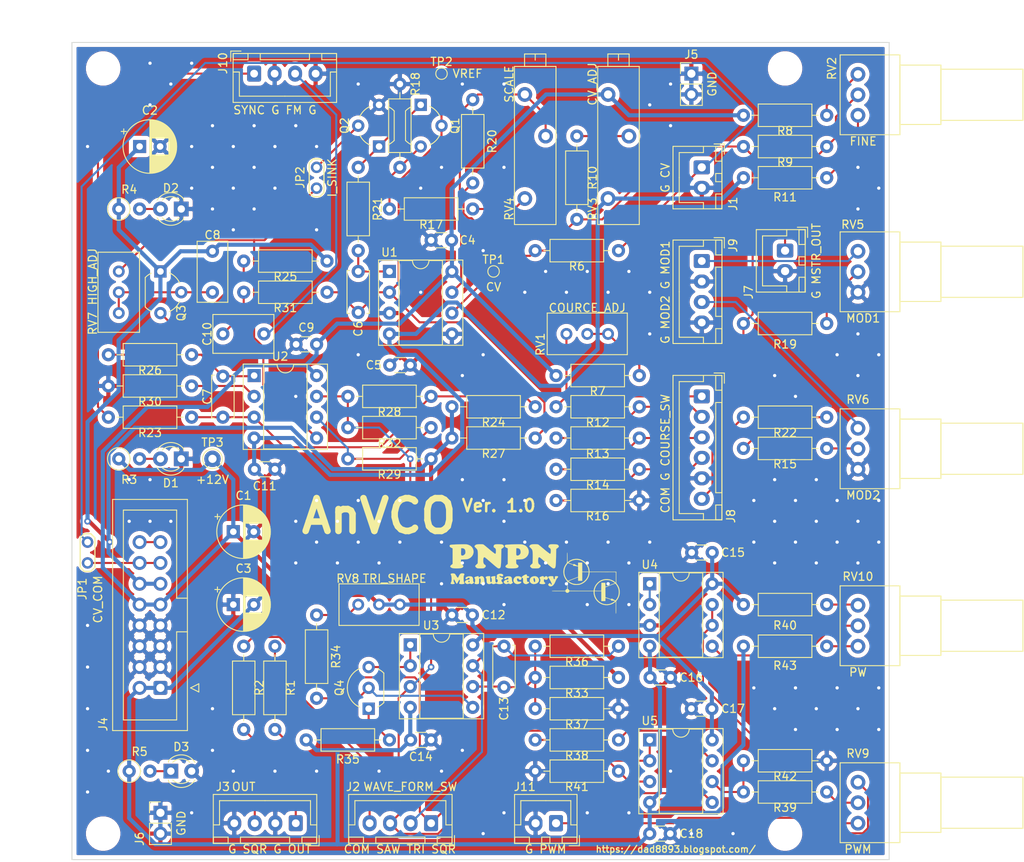
<source format=kicad_pcb>
(kicad_pcb (version 20171130) (host pcbnew "(5.1.10)-1")
  (title_block (title AnVCO) (date 2022-02-08) (rev "Ver. 1.0") (company "PNPN Manufactory"))
  (layers (0 F.Cu signal) (31 B.Cu signal) (34 B.Paste user) (35 F.Paste user) (36 B.SilkS user) (37 F.SilkS user) (38 B.Mask user) (39 F.Mask user) (44 Edge.Cuts user))
  (net 0 "")
  (net 1 GND)
  (net 2 +12V)
  (net 3 +5V)
  (net 4 -12V)
  (net 5 /Antilog_NPNO/VREF)
  (net 6 "Net-(C6-Pad1)")
  (net 7 "Net-(C7-Pad2)")
  (net 8 "Net-(C7-Pad1)")
  (net 9 "Net-(C8-Pad1)")
  (net 10 "Net-(C10-Pad2)")
  (net 11 "Net-(C10-Pad1)")
  (net 12 "Net-(C13-Pad2)")
  (net 13 /Saw2Tri/TRI_OUT)
  (net 14 "Net-(D1-Pad2)")
  (net 15 "Net-(D2-Pad2)")
  (net 16 "Net-(D3-Pad1)")
  (net 17 /Antilog_NPNO/CV)
  (net 18 "Net-(J2-Pad4)")
  (net 19 /Saw2Sqr/SQR_OUT)
  (net 20 /Saw2Sqr/SAW_IN)
  (net 21 "Net-(J3-Pad3)")
  (net 22 "Net-(J3-Pad1)")
  (net 23 /GATE)
  (net 24 "Net-(J4-Pad13)")
  (net 25 "Net-(J7-Pad1)")
  (net 26 "Net-(J8-Pad6)")
  (net 27 "Net-(J8-Pad4)")
  (net 28 "Net-(J8-Pad3)")
  (net 29 "Net-(J8-Pad2)")
  (net 30 "Net-(J8-Pad1)")
  (net 31 "Net-(J9-Pad3)")
  (net 32 "Net-(J9-Pad1)")
  (net 33 "Net-(J10-Pad1)")
  (net 34 "Net-(J11-Pad1)")
  (net 35 "Net-(Q1-Pad1)")
  (net 36 "Net-(Q1-Pad3)")
  (net 37 /Antilog_NPNO/I_SINK)
  (net 38 "Net-(Q3-Pad3)")
  (net 39 "Net-(Q4-Pad1)")
  (net 40 "Net-(Q4-Pad3)")
  (net 41 "Net-(Q4-Pad2)")
  (net 42 "Net-(R10-Pad2)")
  (net 43 "Net-(R7-Pad2)")
  (net 44 "Net-(R8-Pad2)")
  (net 45 "Net-(R10-Pad1)")
  (net 46 "Net-(R11-Pad1)")
  (net 47 "Net-(R17-Pad2)")
  (net 48 "Net-(R19-Pad2)")
  (net 49 "Net-(R20-Pad1)")
  (net 50 "Net-(R22-Pad2)")
  (net 51 "Net-(R29-Pad1)")
  (net 52 "Net-(R30-Pad1)")
  (net 53 "Net-(R34-Pad1)")
  (net 54 "Net-(R38-Pad2)")
  (net 55 "Net-(R38-Pad1)")
  (net 56 "Net-(R39-Pad2)")
  (net 57 "Net-(R39-Pad1)")
  (net 58 "Net-(R40-Pad2)")
  (net 59 "Net-(R43-Pad1)")
  (net 60 "Net-(RV9-Pad1)")
  (net 61 "Net-(RV10-Pad2)")
  (net 62 "Net-(JP2-Pad2)")
  (net 63 "Net-(U4-Pad1)")
  (module myfootprint:Silk_PNPN_Thyristor_1200dpi (layer F.Cu) (at 147.32 116.84)
    (fp_text reference G*** hide)
    (fp_text value LOGO hide)
  )
  (module myfootprint:Silk_PNPN_Manufactory_600dpi (layer F.Cu) (at 137.16 114.3)
    (fp_text reference G*** hide)
    (fp_text value LOGO hide)
  )
  (module Resistor_THT:R_Axial_DIN0207_L6.3mm_D2.5mm_P10.16mm_Horizontal (layer F.Cu) (at 140.97 124.46)
    (fp_text reference R36 (at 5.08 1.905) (layer F.SilkS))
    (fp_text value 100k)
    (pad 2 thru_hole oval (at 10.16 0) (size 1.6 1.6) (drill 0.8) (layers *.Cu *.Mask) (net 13 /Saw2Tri/TRI_OUT))
    (pad 1 thru_hole circle (at 0 0) (size 1.6 1.6) (drill 0.8) (layers *.Cu *.Mask) (net 12 "Net-(C13-Pad2)"))
  )
  (module Package_DIP:DIP-8_W7.62mm_Socket (layer F.Cu) (at 125.73 124.3)
    (fp_text reference U3 (at 2.54 -2.38) (layer F.SilkS))
    (fp_text value TL072)
    (pad 8 thru_hole oval (at 7.62 0) (size 1.6 1.6) (drill 0.8) (layers *.Cu *.Mask) (net 2 +12V))
    (pad 4 thru_hole oval (at 0 7.62) (size 1.6 1.6) (drill 0.8) (layers *.Cu *.Mask) (net 4 -12V))
    (pad 7 thru_hole oval (at 7.62 2.54) (size 1.6 1.6) (drill 0.8) (layers *.Cu *.Mask) (net 13 /Saw2Tri/TRI_OUT))
    (pad 3 thru_hole oval (at 0 5.08) (size 1.6 1.6) (drill 0.8) (layers *.Cu *.Mask) (net 20 /Saw2Sqr/SAW_IN))
    (pad 6 thru_hole oval (at 7.62 5.08) (size 1.6 1.6) (drill 0.8) (layers *.Cu *.Mask) (net 12 "Net-(C13-Pad2)"))
    (pad 2 thru_hole oval (at 0 2.54) (size 1.6 1.6) (drill 0.8) (layers *.Cu *.Mask) (net 40 "Net-(Q4-Pad3)"))
    (pad 5 thru_hole oval (at 7.62 7.62) (size 1.6 1.6) (drill 0.8) (layers *.Cu *.Mask) (net 41 "Net-(Q4-Pad2)"))
    (pad 1 thru_hole rect (at 0 0) (size 1.6 1.6) (drill 0.8) (layers *.Cu *.Mask) (net 40 "Net-(Q4-Pad3)"))
  )
  (module Resistor_THT:R_Axial_DIN0207_L6.3mm_D2.5mm_P10.16mm_Horizontal (layer F.Cu) (at 130.81 95.25)
    (fp_text reference R24 (at 5.08 1.905) (layer F.SilkS))
    (fp_text value 100k)
    (pad 2 thru_hole oval (at 10.16 0) (size 1.6 1.6) (drill 0.8) (layers *.Cu *.Mask) (net 8 "Net-(C7-Pad1)"))
    (pad 1 thru_hole circle (at 0 0) (size 1.6 1.6) (drill 0.8) (layers *.Cu *.Mask) (net 3 +5V))
  )
  (module MountingHole:MountingHole_3.2mm_M3 (layer F.Cu) (at 171.45 147.32)
    (fp_text reference H4)
    (fp_text value MountingHole)
    (pad 1 np_thru_hole circle (at 0 0) (size 3.2 3.2) (drill 3.2) (layers *.Cu *.Mask))
  )
  (module MountingHole:MountingHole_3.2mm_M3 (layer F.Cu) (at 171.45 53.975)
    (fp_text reference H3)
    (fp_text value MountingHole)
    (pad 1 np_thru_hole circle (at 0 0) (size 3.2 3.2) (drill 3.2) (layers *.Cu *.Mask))
  )
  (module MountingHole:MountingHole_3.2mm_M3 (layer F.Cu) (at 88.265 147.32)
    (fp_text reference H2)
    (fp_text value MountingHole)
    (pad 1 np_thru_hole circle (at 0 0) (size 3.2 3.2) (drill 3.2) (layers *.Cu *.Mask))
  )
  (module MountingHole:MountingHole_3.2mm_M3 (layer F.Cu) (at 88.265 53.975)
    (fp_text reference H1)
    (fp_text value MountingHole)
    (pad 1 np_thru_hole circle (at 0 0) (size 3.2 3.2) (drill 3.2) (layers *.Cu *.Mask))
  )
  (module TestPoint:TestPoint_THTPad_D2.0mm_Drill1.0mm (layer F.Cu) (at 101.6 101.6)
    (fp_text reference TP3 (at 0 -1.998) (layer F.SilkS))
    (fp_text value TP_+12V)
    (pad 1 thru_hole circle (at 0 0) (size 2 2) (drill 1) (layers *.Cu *.Mask) (net 2 +12V))
  )
  (module Potentiometer_THT:Potentiometer_Bourns_3296W_Vertical (layer F.Cu) (at 124.46 119.38)
    (fp_text reference RV8 (at -6.35 -3.175) (layer F.SilkS))
    (fp_text value 5k)
    (pad 3 thru_hole circle (at -5.08 0) (size 1.44 1.44) (drill 0.8) (layers *.Cu *.Mask) (net 53 "Net-(R34-Pad1)"))
    (pad 2 thru_hole circle (at -2.54 0) (size 1.44 1.44) (drill 0.8) (layers *.Cu *.Mask) (net 2 +12V))
    (pad 1 thru_hole circle (at 0 0) (size 1.44 1.44) (drill 0.8) (layers *.Cu *.Mask) (net 2 +12V))
  )
  (module Potentiometer_THT:Potentiometer_Bourns_3296W_Vertical (layer F.Cu) (at 144.78 86.36 180)
    (fp_text reference RV1 (at 3.175 -1.27 90) (layer F.SilkS))
    (fp_text value 5k)
    (pad 3 thru_hole circle (at -5.08 0 180) (size 1.44 1.44) (drill 0.8) (layers *.Cu *.Mask) (net 43 "Net-(R7-Pad2)"))
    (pad 2 thru_hole circle (at -2.54 0 180) (size 1.44 1.44) (drill 0.8) (layers *.Cu *.Mask) (net 43 "Net-(R7-Pad2)"))
    (pad 1 thru_hole circle (at 0 0 180) (size 1.44 1.44) (drill 0.8) (layers *.Cu *.Mask) (net 30 "Net-(J8-Pad1)"))
  )
  (module Resistor_THT:R_Axial_DIN0207_L6.3mm_D2.5mm_P2.54mm_Vertical (layer F.Cu) (at 91.44 139.7)
    (fp_text reference R5 (at 1.27 -2.37) (layer F.SilkS))
    (fp_text value 4.7k)
    (pad 2 thru_hole oval (at 2.54 0) (size 1.6 1.6) (drill 0.8) (layers *.Cu *.Mask) (net 16 "Net-(D3-Pad1)"))
    (pad 1 thru_hole circle (at 0 0) (size 1.6 1.6) (drill 0.8) (layers *.Cu *.Mask) (net 4 -12V))
  )
  (module Resistor_THT:R_Axial_DIN0207_L6.3mm_D2.5mm_P2.54mm_Vertical (layer F.Cu) (at 90.17 71.12)
    (fp_text reference R4 (at 1.27 -2.37) (layer F.SilkS))
    (fp_text value 1k)
    (pad 2 thru_hole oval (at 2.54 0) (size 1.6 1.6) (drill 0.8) (layers *.Cu *.Mask) (net 15 "Net-(D2-Pad2)"))
    (pad 1 thru_hole circle (at 0 0) (size 1.6 1.6) (drill 0.8) (layers *.Cu *.Mask) (net 3 +5V))
  )
  (module Resistor_THT:R_Axial_DIN0207_L6.3mm_D2.5mm_P2.54mm_Vertical (layer F.Cu) (at 90.17 101.6)
    (fp_text reference R3 (at 1.27 2.54) (layer F.SilkS))
    (fp_text value 4.7k)
    (pad 2 thru_hole oval (at 2.54 0) (size 1.6 1.6) (drill 0.8) (layers *.Cu *.Mask) (net 14 "Net-(D1-Pad2)"))
    (pad 1 thru_hole circle (at 0 0) (size 1.6 1.6) (drill 0.8) (layers *.Cu *.Mask) (net 2 +12V))
  )
  (module Package_DIP:DIP-8_W7.62mm_Socket (layer F.Cu) (at 154.94 135.89)
    (fp_text reference U5 (at 0 -2.33) (layer F.SilkS))
    (fp_text value TL072)
    (pad 8 thru_hole oval (at 7.62 0) (size 1.6 1.6) (drill 0.8) (layers *.Cu *.Mask) (net 2 +12V))
    (pad 4 thru_hole oval (at 0 7.62) (size 1.6 1.6) (drill 0.8) (layers *.Cu *.Mask) (net 4 -12V))
    (pad 7 thru_hole oval (at 7.62 2.54) (size 1.6 1.6) (drill 0.8) (layers *.Cu *.Mask) (net 54 "Net-(R38-Pad2)"))
    (pad 3 thru_hole oval (at 0 5.08) (size 1.6 1.6) (drill 0.8) (layers *.Cu *.Mask) (net 55 "Net-(R38-Pad1)"))
    (pad 6 thru_hole oval (at 7.62 5.08) (size 1.6 1.6) (drill 0.8) (layers *.Cu *.Mask) (net 57 "Net-(R39-Pad1)"))
    (pad 2 thru_hole oval (at 0 2.54) (size 1.6 1.6) (drill 0.8) (layers *.Cu *.Mask) (net 19 /Saw2Sqr/SQR_OUT))
    (pad 5 thru_hole oval (at 7.62 7.62) (size 1.6 1.6) (drill 0.8) (layers *.Cu *.Mask) (net 20 /Saw2Sqr/SAW_IN))
    (pad 1 thru_hole rect (at 0 0) (size 1.6 1.6) (drill 0.8) (layers *.Cu *.Mask) (net 19 /Saw2Sqr/SQR_OUT))
  )
  (module TestPoint:TestPoint_2Pads_Pitch2.54mm_Drill0.8mm (layer F.Cu) (at 114.3 68.58 90)
    (fp_text reference JP2 (at 1.3 -2 90) (layer F.SilkS))
    (fp_text value TP_I_SINK)
    (pad 2 thru_hole circle (at 2.54 0 90) (size 1.4 1.4) (drill 0.8) (layers *.Cu *.Mask) (net 62 "Net-(JP2-Pad2)"))
    (pad 1 thru_hole circle (at 0 0 90) (size 1.4 1.4) (drill 0.8) (layers *.Cu *.Mask) (net 37 /Antilog_NPNO/I_SINK))
  )
  (module Resistor_THT:R_Axial_DIN0207_L6.3mm_D2.5mm_P10.16mm_Horizontal (layer F.Cu) (at 176.53 124.46 180)
    (fp_text reference R43 (at 5.08 -2.37) (layer F.SilkS))
    (fp_text value 68k)
    (pad 2 thru_hole oval (at 10.16 0 180) (size 1.6 1.6) (drill 0.8) (layers *.Cu *.Mask) (net 4 -12V))
    (pad 1 thru_hole circle (at 0 0 180) (size 1.6 1.6) (drill 0.8) (layers *.Cu *.Mask) (net 59 "Net-(R43-Pad1)"))
  )
  (module Package_DIP:DIP-8_W7.62mm_Socket (layer F.Cu) (at 154.94 116.84)
    (fp_text reference U4 (at 0 -2.33) (layer F.SilkS))
    (fp_text value TL072)
    (pad 8 thru_hole oval (at 7.62 0) (size 1.6 1.6) (drill 0.8) (layers *.Cu *.Mask) (net 2 +12V))
    (pad 4 thru_hole oval (at 0 7.62) (size 1.6 1.6) (drill 0.8) (layers *.Cu *.Mask) (net 4 -12V))
    (pad 7 thru_hole oval (at 7.62 2.54) (size 1.6 1.6) (drill 0.8) (layers *.Cu *.Mask) (net 60 "Net-(RV9-Pad1)"))
    (pad 3 thru_hole oval (at 0 5.08) (size 1.6 1.6) (drill 0.8) (layers *.Cu *.Mask) (net 1 GND))
    (pad 6 thru_hole oval (at 7.62 5.08) (size 1.6 1.6) (drill 0.8) (layers *.Cu *.Mask) (net 60 "Net-(RV9-Pad1)"))
    (pad 2 thru_hole oval (at 0 2.54) (size 1.6 1.6) (drill 0.8) (layers *.Cu *.Mask) (net 63 "Net-(U4-Pad1)"))
    (pad 5 thru_hole oval (at 7.62 7.62) (size 1.6 1.6) (drill 0.8) (layers *.Cu *.Mask) (net 61 "Net-(RV10-Pad2)"))
    (pad 1 thru_hole rect (at 0 0) (size 1.6 1.6) (drill 0.8) (layers *.Cu *.Mask) (net 63 "Net-(U4-Pad1)"))
  )
  (module Package_DIP:DIP-8_W7.62mm_Socket (layer F.Cu) (at 106.68 91.44)
    (fp_text reference U2 (at 3.175 -2.33) (layer F.SilkS))
    (fp_text value TL072)
    (pad 8 thru_hole oval (at 7.62 0) (size 1.6 1.6) (drill 0.8) (layers *.Cu *.Mask) (net 2 +12V))
    (pad 4 thru_hole oval (at 0 7.62) (size 1.6 1.6) (drill 0.8) (layers *.Cu *.Mask) (net 4 -12V))
    (pad 7 thru_hole oval (at 7.62 2.54) (size 1.6 1.6) (drill 0.8) (layers *.Cu *.Mask) (net 20 /Saw2Sqr/SAW_IN))
    (pad 3 thru_hole oval (at 0 5.08) (size 1.6 1.6) (drill 0.8) (layers *.Cu *.Mask) (net 8 "Net-(C7-Pad1)"))
    (pad 6 thru_hole oval (at 7.62 5.08) (size 1.6 1.6) (drill 0.8) (layers *.Cu *.Mask) (net 51 "Net-(R29-Pad1)"))
    (pad 2 thru_hole oval (at 0 2.54) (size 1.6 1.6) (drill 0.8) (layers *.Cu *.Mask) (net 52 "Net-(R30-Pad1)"))
    (pad 5 thru_hole oval (at 7.62 7.62) (size 1.6 1.6) (drill 0.8) (layers *.Cu *.Mask) (net 37 /Antilog_NPNO/I_SINK))
    (pad 1 thru_hole rect (at 0 0) (size 1.6 1.6) (drill 0.8) (layers *.Cu *.Mask) (net 7 "Net-(C7-Pad2)"))
  )
  (module Package_DIP:DIP-8_W7.62mm_Socket (layer F.Cu) (at 123.19 78.74)
    (fp_text reference U1 (at 0 -2.33) (layer F.SilkS))
    (fp_text value TL072)
    (pad 8 thru_hole oval (at 7.62 0) (size 1.6 1.6) (drill 0.8) (layers *.Cu *.Mask) (net 2 +12V))
    (pad 4 thru_hole oval (at 0 7.62) (size 1.6 1.6) (drill 0.8) (layers *.Cu *.Mask) (net 4 -12V))
    (pad 7 thru_hole oval (at 7.62 2.54) (size 1.6 1.6) (drill 0.8) (layers *.Cu *.Mask) (net 49 "Net-(R20-Pad1)"))
    (pad 3 thru_hole oval (at 0 5.08) (size 1.6 1.6) (drill 0.8) (layers *.Cu *.Mask) (net 1 GND))
    (pad 6 thru_hole oval (at 7.62 5.08) (size 1.6 1.6) (drill 0.8) (layers *.Cu *.Mask) (net 42 "Net-(R10-Pad2)"))
    (pad 2 thru_hole oval (at 0 2.54) (size 1.6 1.6) (drill 0.8) (layers *.Cu *.Mask) (net 5 /Antilog_NPNO/VREF))
    (pad 5 thru_hole oval (at 7.62 7.62) (size 1.6 1.6) (drill 0.8) (layers *.Cu *.Mask) (net 1 GND))
    (pad 1 thru_hole rect (at 0 0) (size 1.6 1.6) (drill 0.8) (layers *.Cu *.Mask) (net 6 "Net-(C6-Pad1)"))
  )
  (module TestPoint:TestPoint_Pad_D1.0mm (layer F.Cu) (at 129.54 54.61)
    (fp_text reference TP2 (at 0 -1.448) (layer F.SilkS))
    (fp_text value TP_VREF)
    (pad 1 smd circle (at 0 0) (size 1 1) (layers F.Cu F.Mask) (net 5 /Antilog_NPNO/VREF))
  )
  (module TestPoint:TestPoint_Pad_D1.0mm (layer F.Cu) (at 135.89 78.74)
    (fp_text reference TP1 (at 0 -1.448) (layer F.SilkS))
    (fp_text value TP_CV)
    (pad 1 smd circle (at 0 0) (size 1 1) (layers F.Cu F.Mask) (net 42 "Net-(R10-Pad2)"))
  )
  (module Potentiometer_THT:Potentiometer_Alps_RK097_Single_Horizontal (layer F.Cu) (at 180.34 124.46)
    (fp_text reference RV10 (at 0 -8.5) (layer F.SilkS))
    (fp_text value 50kB)
    (pad 1 thru_hole circle (at 0 0) (size 1.8 1.8) (drill 1) (layers *.Cu *.Mask) (net 59 "Net-(R43-Pad1)"))
    (pad 2 thru_hole circle (at 0 -2.5) (size 1.8 1.8) (drill 1) (layers *.Cu *.Mask) (net 61 "Net-(RV10-Pad2)"))
    (pad 3 thru_hole circle (at 0 -5) (size 1.8 1.8) (drill 1) (layers *.Cu *.Mask) (net 58 "Net-(R40-Pad2)"))
  )
  (module Potentiometer_THT:Potentiometer_Alps_RK097_Single_Horizontal (layer F.Cu) (at 180.34 146.05)
    (fp_text reference RV9 (at 0 -8.5) (layer F.SilkS))
    (fp_text value 50kA)
    (pad 1 thru_hole circle (at 0 0) (size 1.8 1.8) (drill 1) (layers *.Cu *.Mask) (net 60 "Net-(RV9-Pad1)"))
    (pad 2 thru_hole circle (at 0 -2.5) (size 1.8 1.8) (drill 1) (layers *.Cu *.Mask) (net 56 "Net-(R39-Pad2)"))
    (pad 3 thru_hole circle (at 0 -5) (size 1.8 1.8) (drill 1) (layers *.Cu *.Mask) (net 34 "Net-(J11-Pad1)"))
  )
  (module Potentiometer_THT:Potentiometer_Bourns_3296W_Vertical (layer F.Cu) (at 90.17 83.82 270)
    (fp_text reference RV7 (at 1.27 3.175 90) (layer F.SilkS))
    (fp_text value 5k)
    (pad 3 thru_hole circle (at -5.08 0 270) (size 1.44 1.44) (drill 0.8) (layers *.Cu *.Mask) (net 37 /Antilog_NPNO/I_SINK))
    (pad 2 thru_hole circle (at -2.54 0 270) (size 1.44 1.44) (drill 0.8) (layers *.Cu *.Mask) (net 9 "Net-(C8-Pad1)"))
    (pad 1 thru_hole circle (at 0 0 270) (size 1.44 1.44) (drill 0.8) (layers *.Cu *.Mask) (net 9 "Net-(C8-Pad1)"))
  )
  (module Potentiometer_THT:Potentiometer_Alps_RK097_Single_Horizontal (layer F.Cu) (at 180.34 102.87)
    (fp_text reference RV6 (at 0 -8.5) (layer F.SilkS))
    (fp_text value 50k/A)
    (pad 1 thru_hole circle (at 0 0) (size 1.8 1.8) (drill 1) (layers *.Cu *.Mask) (net 1 GND))
    (pad 2 thru_hole circle (at 0 -2.5) (size 1.8 1.8) (drill 1) (layers *.Cu *.Mask) (net 50 "Net-(R22-Pad2)"))
    (pad 3 thru_hole circle (at 0 -5) (size 1.8 1.8) (drill 1) (layers *.Cu *.Mask) (net 31 "Net-(J9-Pad3)"))
  )
  (module Potentiometer_THT:Potentiometer_Alps_RK097_Single_Horizontal (layer F.Cu) (at 180.34 81.28)
    (fp_text reference RV5 (at -0.635 -8.255) (layer F.SilkS))
    (fp_text value 50k/A)
    (pad 1 thru_hole circle (at 0 0) (size 1.8 1.8) (drill 1) (layers *.Cu *.Mask) (net 1 GND))
    (pad 2 thru_hole circle (at 0 -2.5) (size 1.8 1.8) (drill 1) (layers *.Cu *.Mask) (net 48 "Net-(R19-Pad2)"))
    (pad 3 thru_hole circle (at 0 -5) (size 1.8 1.8) (drill 1) (layers *.Cu *.Mask) (net 32 "Net-(J9-Pad1)"))
  )
  (module Potentiometer_THT:Potentiometer_Bourns_3006P_Horizontal (layer F.Cu) (at 139.7 69.85 270)
    (fp_text reference RV4 (at 1.27 1.905 90) (layer F.SilkS))
    (fp_text value 50k/Multi)
    (pad 3 thru_hole circle (at -12.7 0 270) (size 1.8 1.8) (drill 1) (layers *.Cu *.Mask) (net 49 "Net-(R20-Pad1)"))
    (pad 2 thru_hole circle (at -7.62 -2.54 270) (size 1.8 1.8) (drill 1) (layers *.Cu *.Mask) (net 49 "Net-(R20-Pad1)"))
    (pad 1 thru_hole circle (at 0 0 270) (size 1.8 1.8) (drill 1) (layers *.Cu *.Mask) (net 47 "Net-(R17-Pad2)"))
  )
  (module Potentiometer_THT:Potentiometer_Bourns_3006P_Horizontal (layer F.Cu) (at 149.86 69.85 270)
    (fp_text reference RV3 (at 1.27 1.905 90) (layer F.SilkS))
    (fp_text value 10k/Multi)
    (pad 3 thru_hole circle (at -12.7 0 270) (size 1.8 1.8) (drill 1) (layers *.Cu *.Mask) (net 2 +12V))
    (pad 2 thru_hole circle (at -7.62 -2.54 270) (size 1.8 1.8) (drill 1) (layers *.Cu *.Mask) (net 45 "Net-(R10-Pad1)"))
    (pad 1 thru_hole circle (at 0 0 270) (size 1.8 1.8) (drill 1) (layers *.Cu *.Mask) (net 4 -12V))
  )
  (module Potentiometer_THT:Potentiometer_Alps_RK097_Single_Horizontal (layer F.Cu) (at 180.34 59.69)
    (fp_text reference RV2 (at -3.175 -5.715 90) (layer F.SilkS))
    (fp_text value 50k/B)
    (pad 1 thru_hole circle (at 0 0) (size 1.8 1.8) (drill 1) (layers *.Cu *.Mask) (net 46 "Net-(R11-Pad1)"))
    (pad 2 thru_hole circle (at 0 -2.5) (size 1.8 1.8) (drill 1) (layers *.Cu *.Mask) (net 25 "Net-(J7-Pad1)"))
    (pad 3 thru_hole circle (at 0 -5) (size 1.8 1.8) (drill 1) (layers *.Cu *.Mask) (net 44 "Net-(R8-Pad2)"))
  )
  (module Resistor_THT:R_Axial_DIN0207_L6.3mm_D2.5mm_P10.16mm_Horizontal (layer F.Cu) (at 166.37 138.43)
    (fp_text reference R42 (at 5.08 1.905) (layer F.SilkS))
    (fp_text value 2.2M)
    (pad 2 thru_hole oval (at 10.16 0) (size 1.6 1.6) (drill 0.8) (layers *.Cu *.Mask) (net 1 GND))
    (pad 1 thru_hole circle (at 0 0) (size 1.6 1.6) (drill 0.8) (layers *.Cu *.Mask) (net 57 "Net-(R39-Pad1)"))
  )
  (module Resistor_THT:R_Axial_DIN0207_L6.3mm_D2.5mm_P10.16mm_Horizontal (layer F.Cu) (at 151.13 139.7 180)
    (fp_text reference R41 (at 5.08 -1.905) (layer F.SilkS))
    (fp_text value 1.8k)
    (pad 2 thru_hole oval (at 10.16 0 180) (size 1.6 1.6) (drill 0.8) (layers *.Cu *.Mask) (net 1 GND))
    (pad 1 thru_hole circle (at 0 0 180) (size 1.6 1.6) (drill 0.8) (layers *.Cu *.Mask) (net 55 "Net-(R38-Pad1)"))
  )
  (module Resistor_THT:R_Axial_DIN0207_L6.3mm_D2.5mm_P10.16mm_Horizontal (layer F.Cu) (at 166.37 119.38)
    (fp_text reference R40 (at 5.08 2.54) (layer F.SilkS))
    (fp_text value 68k)
    (pad 2 thru_hole oval (at 10.16 0) (size 1.6 1.6) (drill 0.8) (layers *.Cu *.Mask) (net 58 "Net-(R40-Pad2)"))
    (pad 1 thru_hole circle (at 0 0) (size 1.6 1.6) (drill 0.8) (layers *.Cu *.Mask) (net 2 +12V))
  )
  (module Resistor_THT:R_Axial_DIN0207_L6.3mm_D2.5mm_P10.16mm_Horizontal (layer F.Cu) (at 166.37 142.24)
    (fp_text reference R39 (at 5.08 1.905) (layer F.SilkS))
    (fp_text value 220k)
    (pad 2 thru_hole oval (at 10.16 0) (size 1.6 1.6) (drill 0.8) (layers *.Cu *.Mask) (net 56 "Net-(R39-Pad2)"))
    (pad 1 thru_hole circle (at 0 0) (size 1.6 1.6) (drill 0.8) (layers *.Cu *.Mask) (net 57 "Net-(R39-Pad1)"))
  )
  (module Resistor_THT:R_Axial_DIN0207_L6.3mm_D2.5mm_P10.16mm_Horizontal (layer F.Cu) (at 140.97 135.89)
    (fp_text reference R38 (at 5.08 1.905) (layer F.SilkS))
    (fp_text value 2.2k)
    (pad 2 thru_hole oval (at 10.16 0) (size 1.6 1.6) (drill 0.8) (layers *.Cu *.Mask) (net 54 "Net-(R38-Pad2)"))
    (pad 1 thru_hole circle (at 0 0) (size 1.6 1.6) (drill 0.8) (layers *.Cu *.Mask) (net 55 "Net-(R38-Pad1)"))
  )
  (module Resistor_THT:R_Axial_DIN0207_L6.3mm_D2.5mm_P10.16mm_Horizontal (layer F.Cu) (at 140.97 132.08)
    (fp_text reference R37 (at 5.08 1.905) (layer F.SilkS))
    (fp_text value 470k)
    (pad 2 thru_hole oval (at 10.16 0) (size 1.6 1.6) (drill 0.8) (layers *.Cu *.Mask) (net 1 GND))
    (pad 1 thru_hole circle (at 0 0) (size 1.6 1.6) (drill 0.8) (layers *.Cu *.Mask) (net 12 "Net-(C13-Pad2)"))
  )
  (module Resistor_THT:R_Axial_DIN0207_L6.3mm_D2.5mm_P10.16mm_Horizontal (layer F.Cu) (at 123.19 135.89 180)
    (fp_text reference R35 (at 5.08 -2.37) (layer F.SilkS))
    (fp_text value 10k)
    (pad 2 thru_hole oval (at 10.16 0 180) (size 1.6 1.6) (drill 0.8) (layers *.Cu *.Mask) (net 4 -12V))
    (pad 1 thru_hole circle (at 0 0 180) (size 1.6 1.6) (drill 0.8) (layers *.Cu *.Mask) (net 39 "Net-(Q4-Pad1)"))
  )
  (module Resistor_THT:R_Axial_DIN0207_L6.3mm_D2.5mm_P10.16mm_Horizontal (layer F.Cu) (at 114.3 120.65 270)
    (fp_text reference R34 (at 5.08 -2.37 90) (layer F.SilkS))
    (fp_text value 10k)
    (pad 2 thru_hole oval (at 10.16 0 270) (size 1.6 1.6) (drill 0.8) (layers *.Cu *.Mask) (net 41 "Net-(Q4-Pad2)"))
    (pad 1 thru_hole circle (at 0 0 270) (size 1.6 1.6) (drill 0.8) (layers *.Cu *.Mask) (net 53 "Net-(R34-Pad1)"))
  )
  (module Resistor_THT:R_Axial_DIN0207_L6.3mm_D2.5mm_P10.16mm_Horizontal (layer F.Cu) (at 151.13 128.27 180)
    (fp_text reference R33 (at 5.08 -1.905) (layer F.SilkS))
    (fp_text value 150k)
    (pad 2 thru_hole oval (at 10.16 0 180) (size 1.6 1.6) (drill 0.8) (layers *.Cu *.Mask) (net 12 "Net-(C13-Pad2)"))
    (pad 1 thru_hole circle (at 0 0 180) (size 1.6 1.6) (drill 0.8) (layers *.Cu *.Mask) (net 3 +5V))
  )
  (module Resistor_THT:R_Axial_DIN0207_L6.3mm_D2.5mm_P10.16mm_Horizontal (layer F.Cu) (at 128.27 97.79 180)
    (fp_text reference R32 (at 5.08 -1.905) (layer F.SilkS))
    (fp_text value 120k)
    (pad 2 thru_hole oval (at 10.16 0 180) (size 1.6 1.6) (drill 0.8) (layers *.Cu *.Mask) (net 20 /Saw2Sqr/SAW_IN))
    (pad 1 thru_hole circle (at 0 0 180) (size 1.6 1.6) (drill 0.8) (layers *.Cu *.Mask) (net 51 "Net-(R29-Pad1)"))
  )
  (module Resistor_THT:R_Axial_DIN0207_L6.3mm_D2.5mm_P10.16mm_Horizontal (layer F.Cu) (at 115.57 81.28 180)
    (fp_text reference R31 (at 5.08 -1.905) (layer F.SilkS))
    (fp_text value "100k(C&T)")
    (pad 2 thru_hole oval (at 10.16 0 180) (size 1.6 1.6) (drill 0.8) (layers *.Cu *.Mask) (net 11 "Net-(C10-Pad1)"))
    (pad 1 thru_hole circle (at 0 0 180) (size 1.6 1.6) (drill 0.8) (layers *.Cu *.Mask) (net 5 /Antilog_NPNO/VREF))
  )
  (module Resistor_THT:R_Axial_DIN0207_L6.3mm_D2.5mm_P10.16mm_Horizontal (layer F.Cu) (at 99.06 92.71 180)
    (fp_text reference R30 (at 5.08 -1.905) (layer F.SilkS))
    (fp_text value 10k)
    (pad 2 thru_hole oval (at 10.16 0 180) (size 1.6 1.6) (drill 0.8) (layers *.Cu *.Mask) (net 1 GND))
    (pad 1 thru_hole circle (at 0 0 180) (size 1.6 1.6) (drill 0.8) (layers *.Cu *.Mask) (net 52 "Net-(R30-Pad1)"))
  )
  (module Resistor_THT:R_Axial_DIN0207_L6.3mm_D2.5mm_P10.16mm_Horizontal (layer F.Cu) (at 118.11 101.6)
    (fp_text reference R29 (at 5.08 1.905) (layer F.SilkS))
    (fp_text value 100k)
    (pad 2 thru_hole oval (at 10.16 0) (size 1.6 1.6) (drill 0.8) (layers *.Cu *.Mask) (net 3 +5V))
    (pad 1 thru_hole circle (at 0 0) (size 1.6 1.6) (drill 0.8) (layers *.Cu *.Mask) (net 51 "Net-(R29-Pad1)"))
  )
  (module Resistor_THT:R_Axial_DIN0207_L6.3mm_D2.5mm_P10.16mm_Horizontal (layer F.Cu) (at 128.27 93.98 180)
    (fp_text reference R28 (at 5.08 -1.905) (layer F.SilkS))
    (fp_text value 100k)
    (pad 2 thru_hole oval (at 10.16 0 180) (size 1.6 1.6) (drill 0.8) (layers *.Cu *.Mask) (net 20 /Saw2Sqr/SAW_IN))
    (pad 1 thru_hole circle (at 0 0 180) (size 1.6 1.6) (drill 0.8) (layers *.Cu *.Mask) (net 8 "Net-(C7-Pad1)"))
  )
  (module Resistor_THT:R_Axial_DIN0207_L6.3mm_D2.5mm_P10.16mm_Horizontal (layer F.Cu) (at 130.81 99.06)
    (fp_text reference R27 (at 5.08 1.905) (layer F.SilkS))
    (fp_text value 100k)
    (pad 2 thru_hole oval (at 10.16 0) (size 1.6 1.6) (drill 0.8) (layers *.Cu *.Mask) (net 5 /Antilog_NPNO/VREF))
    (pad 1 thru_hole circle (at 0 0) (size 1.6 1.6) (drill 0.8) (layers *.Cu *.Mask) (net 3 +5V))
  )
  (module Resistor_THT:R_Axial_DIN0207_L6.3mm_D2.5mm_P10.16mm_Horizontal (layer F.Cu) (at 99.06 88.9 180)
    (fp_text reference R26 (at 5.08 -1.905) (layer F.SilkS))
    (fp_text value 680)
    (pad 2 thru_hole oval (at 10.16 0 180) (size 1.6 1.6) (drill 0.8) (layers *.Cu *.Mask) (net 38 "Net-(Q3-Pad3)"))
    (pad 1 thru_hole circle (at 0 0 180) (size 1.6 1.6) (drill 0.8) (layers *.Cu *.Mask) (net 7 "Net-(C7-Pad2)"))
  )
  (module Resistor_THT:R_Axial_DIN0207_L6.3mm_D2.5mm_P10.16mm_Horizontal (layer F.Cu) (at 115.57 77.47 180)
    (fp_text reference R25 (at 5.08 -1.905) (layer F.SilkS))
    (fp_text value 150)
    (pad 2 thru_hole oval (at 10.16 0 180) (size 1.6 1.6) (drill 0.8) (layers *.Cu *.Mask) (net 38 "Net-(Q3-Pad3)"))
    (pad 1 thru_hole circle (at 0 0 180) (size 1.6 1.6) (drill 0.8) (layers *.Cu *.Mask) (net 3 +5V))
  )
  (module Resistor_THT:R_Axial_DIN0207_L6.3mm_D2.5mm_P10.16mm_Horizontal (layer F.Cu) (at 99.06 96.52 180)
    (fp_text reference R23 (at 5.08 -1.905) (layer F.SilkS))
    (fp_text value "22k(C&T)")
    (pad 2 thru_hole oval (at 10.16 0 180) (size 1.6 1.6) (drill 0.8) (layers *.Cu *.Mask) (net 33 "Net-(J10-Pad1)"))
    (pad 1 thru_hole circle (at 0 0 180) (size 1.6 1.6) (drill 0.8) (layers *.Cu *.Mask) (net 8 "Net-(C7-Pad1)"))
  )
  (module Resistor_THT:R_Axial_DIN0207_L6.3mm_D2.5mm_P10.16mm_Horizontal (layer F.Cu) (at 166.37 100.33)
    (fp_text reference R22 (at 5.08 -1.905) (layer F.SilkS))
    (fp_text value 470k)
    (pad 2 thru_hole oval (at 10.16 0) (size 1.6 1.6) (drill 0.8) (layers *.Cu *.Mask) (net 50 "Net-(R22-Pad2)"))
    (pad 1 thru_hole circle (at 0 0) (size 1.6 1.6) (drill 0.8) (layers *.Cu *.Mask) (net 42 "Net-(R10-Pad2)"))
  )
  (module Resistor_THT:R_Axial_DIN0207_L6.3mm_D2.5mm_P10.16mm_Horizontal (layer F.Cu) (at 119.38 66.04 270)
    (fp_text reference R21 (at 5.08 -2.37 90) (layer F.SilkS))
    (fp_text value 1k)
    (pad 2 thru_hole oval (at 10.16 0 270) (size 1.6 1.6) (drill 0.8) (layers *.Cu *.Mask) (net 6 "Net-(C6-Pad1)"))
    (pad 1 thru_hole circle (at 0 0 270) (size 1.6 1.6) (drill 0.8) (layers *.Cu *.Mask) (net 35 "Net-(Q1-Pad1)"))
  )
  (module Resistor_THT:R_Axial_DIN0207_L6.3mm_D2.5mm_P10.16mm_Horizontal (layer F.Cu) (at 133.35 57.785 270)
    (fp_text reference R20 (at 5.08 -2.37 90) (layer F.SilkS))
    (fp_text value 470k)
    (pad 2 thru_hole oval (at 10.16 0 270) (size 1.6 1.6) (drill 0.8) (layers *.Cu *.Mask) (net 42 "Net-(R10-Pad2)"))
    (pad 1 thru_hole circle (at 0 0 270) (size 1.6 1.6) (drill 0.8) (layers *.Cu *.Mask) (net 49 "Net-(R20-Pad1)"))
  )
  (module Resistor_THT:R_Axial_DIN0207_L6.3mm_D2.5mm_P10.16mm_Horizontal (layer F.Cu) (at 166.37 85.09)
    (fp_text reference R19 (at 5.08 2.54) (layer F.SilkS))
    (fp_text value 470k)
    (pad 2 thru_hole oval (at 10.16 0) (size 1.6 1.6) (drill 0.8) (layers *.Cu *.Mask) (net 48 "Net-(R19-Pad2)"))
    (pad 1 thru_hole circle (at 0 0) (size 1.6 1.6) (drill 0.8) (layers *.Cu *.Mask) (net 42 "Net-(R10-Pad2)"))
  )
  (module Resistor_THT:R_Axial_DIN0207_L6.3mm_D2.5mm_P10.16mm_Horizontal (layer F.Cu) (at 124.46 66.04 90)
    (fp_text reference R18 (at 10.16 1.905 90) (layer F.SilkS))
    (fp_text value "1k tempco")
    (pad 2 thru_hole oval (at 10.16 0 90) (size 1.6 1.6) (drill 0.8) (layers *.Cu *.Mask) (net 1 GND))
    (pad 1 thru_hole circle (at 0 0 90) (size 1.6 1.6) (drill 0.8) (layers *.Cu *.Mask) (net 36 "Net-(Q1-Pad3)"))
  )
  (module Resistor_THT:R_Axial_DIN0207_L6.3mm_D2.5mm_P10.16mm_Horizontal (layer F.Cu) (at 123.19 71.12)
    (fp_text reference R17 (at 5.08 1.905) (layer F.SilkS))
    (fp_text value 10k)
    (pad 2 thru_hole oval (at 10.16 0) (size 1.6 1.6) (drill 0.8) (layers *.Cu *.Mask) (net 47 "Net-(R17-Pad2)"))
    (pad 1 thru_hole circle (at 0 0) (size 1.6 1.6) (drill 0.8) (layers *.Cu *.Mask) (net 36 "Net-(Q1-Pad3)"))
  )
  (module Resistor_THT:R_Axial_DIN0207_L6.3mm_D2.5mm_P10.16mm_Horizontal (layer F.Cu) (at 143.51 106.68)
    (fp_text reference R16 (at 5.08 1.905) (layer F.SilkS))
    (fp_text value 1k)
    (pad 2 thru_hole oval (at 10.16 0) (size 1.6 1.6) (drill 0.8) (layers *.Cu *.Mask) (net 1 GND))
    (pad 1 thru_hole circle (at 0 0) (size 1.6 1.6) (drill 0.8) (layers *.Cu *.Mask) (net 27 "Net-(J8-Pad4)"))
  )
  (module Resistor_THT:R_Axial_DIN0207_L6.3mm_D2.5mm_P10.16mm_Horizontal (layer F.Cu) (at 176.53 96.52 180)
    (fp_text reference R15 (at 5.08 -5.715) (layer F.SilkS))
    (fp_text value 470k)
    (pad 2 thru_hole oval (at 10.16 0 180) (size 1.6 1.6) (drill 0.8) (layers *.Cu *.Mask) (net 26 "Net-(J8-Pad6)"))
    (pad 1 thru_hole circle (at 0 0 180) (size 1.6 1.6) (drill 0.8) (layers *.Cu *.Mask) (net 42 "Net-(R10-Pad2)"))
  )
  (module Resistor_THT:R_Axial_DIN0207_L6.3mm_D2.5mm_P10.16mm_Horizontal (layer F.Cu) (at 143.51 102.87)
    (fp_text reference R14 (at 5.08 1.905) (layer F.SilkS))
    (fp_text value 1k)
    (pad 2 thru_hole oval (at 10.16 0) (size 1.6 1.6) (drill 0.8) (layers *.Cu *.Mask) (net 27 "Net-(J8-Pad4)"))
    (pad 1 thru_hole circle (at 0 0) (size 1.6 1.6) (drill 0.8) (layers *.Cu *.Mask) (net 28 "Net-(J8-Pad3)"))
  )
  (module Resistor_THT:R_Axial_DIN0207_L6.3mm_D2.5mm_P10.16mm_Horizontal (layer F.Cu) (at 143.51 99.06)
    (fp_text reference R13 (at 5.08 1.905) (layer F.SilkS))
    (fp_text value 1k)
    (pad 2 thru_hole oval (at 10.16 0) (size 1.6 1.6) (drill 0.8) (layers *.Cu *.Mask) (net 28 "Net-(J8-Pad3)"))
    (pad 1 thru_hole circle (at 0 0) (size 1.6 1.6) (drill 0.8) (layers *.Cu *.Mask) (net 29 "Net-(J8-Pad2)"))
  )
  (module Resistor_THT:R_Axial_DIN0207_L6.3mm_D2.5mm_P10.16mm_Horizontal (layer F.Cu) (at 143.51 95.25)
    (fp_text reference R12 (at 5.08 1.905) (layer F.SilkS))
    (fp_text value 1k)
    (pad 2 thru_hole oval (at 10.16 0) (size 1.6 1.6) (drill 0.8) (layers *.Cu *.Mask) (net 29 "Net-(J8-Pad2)"))
    (pad 1 thru_hole circle (at 0 0) (size 1.6 1.6) (drill 0.8) (layers *.Cu *.Mask) (net 30 "Net-(J8-Pad1)"))
  )
  (module Resistor_THT:R_Axial_DIN0207_L6.3mm_D2.5mm_P10.16mm_Horizontal (layer F.Cu) (at 176.53 67.31 180)
    (fp_text reference R11 (at 5.08 -2.37) (layer F.SilkS))
    (fp_text value 270k)
    (pad 2 thru_hole oval (at 10.16 0 180) (size 1.6 1.6) (drill 0.8) (layers *.Cu *.Mask) (net 4 -12V))
    (pad 1 thru_hole circle (at 0 0 180) (size 1.6 1.6) (drill 0.8) (layers *.Cu *.Mask) (net 46 "Net-(R11-Pad1)"))
  )
  (module Resistor_THT:R_Axial_DIN0207_L6.3mm_D2.5mm_P10.16mm_Horizontal (layer F.Cu) (at 146.05 62.23 270)
    (fp_text reference R10 (at 5.08 -1.905 90) (layer F.SilkS))
    (fp_text value 100k)
    (pad 2 thru_hole oval (at 10.16 0 270) (size 1.6 1.6) (drill 0.8) (layers *.Cu *.Mask) (net 42 "Net-(R10-Pad2)"))
    (pad 1 thru_hole circle (at 0 0 270) (size 1.6 1.6) (drill 0.8) (layers *.Cu *.Mask) (net 45 "Net-(R10-Pad1)"))
  )
  (module Resistor_THT:R_Axial_DIN0207_L6.3mm_D2.5mm_P10.16mm_Horizontal (layer F.Cu) (at 166.37 63.5)
    (fp_text reference R9 (at 5.08 1.905) (layer F.SilkS))
    (fp_text value 470k)
    (pad 2 thru_hole oval (at 10.16 0) (size 1.6 1.6) (drill 0.8) (layers *.Cu *.Mask) (net 25 "Net-(J7-Pad1)"))
    (pad 1 thru_hole circle (at 0 0) (size 1.6 1.6) (drill 0.8) (layers *.Cu *.Mask) (net 42 "Net-(R10-Pad2)"))
  )
  (module Resistor_THT:R_Axial_DIN0207_L6.3mm_D2.5mm_P10.16mm_Horizontal (layer F.Cu) (at 166.37 59.69)
    (fp_text reference R8 (at 5.08 1.905) (layer F.SilkS))
    (fp_text value 270k)
    (pad 2 thru_hole oval (at 10.16 0) (size 1.6 1.6) (drill 0.8) (layers *.Cu *.Mask) (net 44 "Net-(R8-Pad2)"))
    (pad 1 thru_hole circle (at 0 0) (size 1.6 1.6) (drill 0.8) (layers *.Cu *.Mask) (net 2 +12V))
  )
  (module Resistor_THT:R_Axial_DIN0207_L6.3mm_D2.5mm_P10.16mm_Horizontal (layer F.Cu) (at 143.51 91.44)
    (fp_text reference R7 (at 5.08 1.905) (layer F.SilkS))
    (fp_text value 5k)
    (pad 2 thru_hole oval (at 10.16 0) (size 1.6 1.6) (drill 0.8) (layers *.Cu *.Mask) (net 43 "Net-(R7-Pad2)"))
    (pad 1 thru_hole circle (at 0 0) (size 1.6 1.6) (drill 0.8) (layers *.Cu *.Mask) (net 2 +12V))
  )
  (module Resistor_THT:R_Axial_DIN0207_L6.3mm_D2.5mm_P10.16mm_Horizontal (layer F.Cu) (at 140.97 76.2)
    (fp_text reference R6 (at 5.08 1.905) (layer F.SilkS))
    (fp_text value 470k)
    (pad 2 thru_hole oval (at 10.16 0) (size 1.6 1.6) (drill 0.8) (layers *.Cu *.Mask) (net 17 /Antilog_NPNO/CV))
    (pad 1 thru_hole circle (at 0 0) (size 1.6 1.6) (drill 0.8) (layers *.Cu *.Mask) (net 42 "Net-(R10-Pad2)"))
  )
  (module Resistor_THT:R_Axial_DIN0207_L6.3mm_D2.5mm_P10.16mm_Horizontal (layer F.Cu) (at 105.41 134.62 90)
    (fp_text reference R2 (at 5.08 1.905 90) (layer F.SilkS))
    (fp_text value 1k)
    (pad 2 thru_hole oval (at 10.16 0 90) (size 1.6 1.6) (drill 0.8) (layers *.Cu *.Mask) (net 19 /Saw2Sqr/SQR_OUT))
    (pad 1 thru_hole circle (at 0 0 90) (size 1.6 1.6) (drill 0.8) (layers *.Cu *.Mask) (net 21 "Net-(J3-Pad3)"))
  )
  (module Resistor_THT:R_Axial_DIN0207_L6.3mm_D2.5mm_P10.16mm_Horizontal (layer F.Cu) (at 109.22 134.62 90)
    (fp_text reference R1 (at 5.08 1.905 90) (layer F.SilkS))
    (fp_text value 1k)
    (pad 2 thru_hole oval (at 10.16 0 90) (size 1.6 1.6) (drill 0.8) (layers *.Cu *.Mask) (net 18 "Net-(J2-Pad4)"))
    (pad 1 thru_hole circle (at 0 0 90) (size 1.6 1.6) (drill 0.8) (layers *.Cu *.Mask) (net 22 "Net-(J3-Pad1)"))
  )
  (module Package_TO_SOT_THT:TO-92_Inline_Wide (layer F.Cu) (at 120.65 132.08 90)
    (fp_text reference Q4 (at 2.54 -3.56 90) (layer F.SilkS))
    (fp_text value 2SC1815)
    (pad 1 thru_hole rect (at 0 0 90) (size 1.5 1.5) (drill 0.8) (layers *.Cu *.Mask) (net 39 "Net-(Q4-Pad1)"))
    (pad 3 thru_hole circle (at 5.08 0 90) (size 1.5 1.5) (drill 0.8) (layers *.Cu *.Mask) (net 40 "Net-(Q4-Pad3)"))
    (pad 2 thru_hole circle (at 2.54 0 90) (size 1.5 1.5) (drill 0.8) (layers *.Cu *.Mask) (net 41 "Net-(Q4-Pad2)"))
  )
  (module Package_TO_SOT_THT:TO-92_Wide (layer F.Cu) (at 95.25 78.74 270)
    (fp_text reference Q3 (at 5.08 -2.54 90) (layer F.SilkS))
    (fp_text value 2SA1015)
    (pad 1 thru_hole rect (at 0 0 270) (size 1.5 1.5) (drill 0.8) (layers *.Cu *.Mask) (net 3 +5V))
    (pad 3 thru_hole circle (at 5.08 0 270) (size 1.5 1.5) (drill 0.8) (layers *.Cu *.Mask) (net 38 "Net-(Q3-Pad3)"))
    (pad 2 thru_hole circle (at 2.54 -2.54 270) (size 1.5 1.5) (drill 0.8) (layers *.Cu *.Mask) (net 9 "Net-(C8-Pad1)"))
  )
  (module Package_TO_SOT_THT:TO-92_Wide (layer F.Cu) (at 121.92 63.5 90)
    (fp_text reference Q2 (at 2.55 -4.19 90) (layer F.SilkS))
    (fp_text value 2SC1815)
    (pad 1 thru_hole rect (at 0 0 90) (size 1.5 1.5) (drill 0.8) (layers *.Cu *.Mask) (net 35 "Net-(Q1-Pad1)"))
    (pad 3 thru_hole circle (at 5.08 0 90) (size 1.5 1.5) (drill 0.8) (layers *.Cu *.Mask) (net 1 GND))
    (pad 2 thru_hole circle (at 2.54 -2.54 90) (size 1.5 1.5) (drill 0.8) (layers *.Cu *.Mask) (net 62 "Net-(JP2-Pad2)"))
  )
  (module Package_TO_SOT_THT:TO-92_Wide (layer F.Cu) (at 127 58.42 270)
    (fp_text reference Q1 (at 2.55 -4.19 90) (layer F.SilkS))
    (fp_text value 2SC1815)
    (pad 1 thru_hole rect (at 0 0 270) (size 1.5 1.5) (drill 0.8) (layers *.Cu *.Mask) (net 35 "Net-(Q1-Pad1)"))
    (pad 3 thru_hole circle (at 5.08 0 270) (size 1.5 1.5) (drill 0.8) (layers *.Cu *.Mask) (net 36 "Net-(Q1-Pad3)"))
    (pad 2 thru_hole circle (at 2.54 -2.54 270) (size 1.5 1.5) (drill 0.8) (layers *.Cu *.Mask) (net 5 /Antilog_NPNO/VREF))
  )
  (module TestPoint:TestPoint_2Pads_Pitch2.54mm_Drill0.8mm (layer F.Cu) (at 86.36 114.3 90)
    (fp_text reference JP1 (at -3.175 -0.635 90) (layer F.SilkS))
    (fp_text value CV_THRU)
    (pad 2 thru_hole circle (at 2.54 0 90) (size 1.4 1.4) (drill 0.8) (layers *.Cu *.Mask) (net 17 /Antilog_NPNO/CV))
    (pad 1 thru_hole circle (at 0 0 90) (size 1.4 1.4) (drill 0.8) (layers *.Cu *.Mask) (net 24 "Net-(J4-Pad13)"))
  )
  (module Connector_JST:JST_XH_B2B-XH-A_1x02_P2.50mm_Vertical (layer F.Cu) (at 143.51 146.05 180)
    (fp_text reference J11 (at 3.81 4.445 180) (layer F.SilkS))
    (fp_text value PWM)
    (pad 2 thru_hole oval (at 2.5 0 180) (size 1.7 2) (drill 1) (layers *.Cu *.Mask) (net 1 GND))
    (pad 1 thru_hole roundrect (at 0 0 180) (size 1.7 2) (drill 1) (layers *.Cu *.Mask) (roundrect_rratio 0.1470588235294118) (net 34 "Net-(J11-Pad1)"))
  )
  (module Connector_JST:JST_XH_B4B-XH-A_1x04_P2.50mm_Vertical (layer F.Cu) (at 106.68 54.61)
    (fp_text reference J10 (at -3.81 -1.27 90) (layer F.SilkS))
    (fp_text value Sync&FM)
    (pad 4 thru_hole oval (at 7.5 0) (size 1.7 1.95) (drill 0.95) (layers *.Cu *.Mask) (net 1 GND))
    (pad 3 thru_hole oval (at 5 0) (size 1.7 1.95) (drill 0.95) (layers *.Cu *.Mask) (net 10 "Net-(C10-Pad2)"))
    (pad 2 thru_hole oval (at 2.5 0) (size 1.7 1.95) (drill 0.95) (layers *.Cu *.Mask) (net 1 GND))
    (pad 1 thru_hole roundrect (at 0 0) (size 1.7 1.95) (drill 0.95) (layers *.Cu *.Mask) (roundrect_rratio 0.1470588235294118) (net 33 "Net-(J10-Pad1)"))
  )
  (module Connector_JST:JST_XH_B4B-XH-A_1x04_P2.50mm_Vertical (layer F.Cu) (at 161.29 77.47 270)
    (fp_text reference J9 (at -1.905 -3.81 90) (layer F.SilkS))
    (fp_text value MOD)
    (pad 4 thru_hole oval (at 7.5 0 270) (size 1.7 1.95) (drill 0.95) (layers *.Cu *.Mask) (net 1 GND))
    (pad 3 thru_hole oval (at 5 0 270) (size 1.7 1.95) (drill 0.95) (layers *.Cu *.Mask) (net 31 "Net-(J9-Pad3)"))
    (pad 2 thru_hole oval (at 2.5 0 270) (size 1.7 1.95) (drill 0.95) (layers *.Cu *.Mask) (net 1 GND))
    (pad 1 thru_hole roundrect (at 0 0 270) (size 1.7 1.95) (drill 0.95) (layers *.Cu *.Mask) (roundrect_rratio 0.1470588235294118) (net 32 "Net-(J9-Pad1)"))
  )
  (module Connector_JST:JST_XH_B6B-XH-A_1x06_P2.50mm_Vertical (layer F.Cu) (at 161.29 93.98 270)
    (fp_text reference J8 (at 14.605 -3.55 90) (layer F.SilkS))
    (fp_text value COURSE_SW)
    (pad 6 thru_hole oval (at 12.5 0 270) (size 1.7 1.95) (drill 0.95) (layers *.Cu *.Mask) (net 26 "Net-(J8-Pad6)"))
    (pad 5 thru_hole oval (at 10 0 270) (size 1.7 1.95) (drill 0.95) (layers *.Cu *.Mask) (net 1 GND))
    (pad 4 thru_hole oval (at 7.5 0 270) (size 1.7 1.95) (drill 0.95) (layers *.Cu *.Mask) (net 27 "Net-(J8-Pad4)"))
    (pad 3 thru_hole oval (at 5 0 270) (size 1.7 1.95) (drill 0.95) (layers *.Cu *.Mask) (net 28 "Net-(J8-Pad3)"))
    (pad 2 thru_hole oval (at 2.5 0 270) (size 1.7 1.95) (drill 0.95) (layers *.Cu *.Mask) (net 29 "Net-(J8-Pad2)"))
    (pad 1 thru_hole roundrect (at 0 0 270) (size 1.7 1.95) (drill 0.95) (layers *.Cu *.Mask) (roundrect_rratio 0.1470588235294118) (net 30 "Net-(J8-Pad1)"))
  )
  (module Connector_JST:JST_XH_B2B-XH-A_1x02_P2.50mm_Vertical (layer F.Cu) (at 171.45 76.2 270)
    (fp_text reference J7 (at 5.08 4.445 90) (layer F.SilkS))
    (fp_text value MSTR_OUT)
    (pad 2 thru_hole oval (at 2.5 0 270) (size 1.7 2) (drill 1) (layers *.Cu *.Mask) (net 1 GND))
    (pad 1 thru_hole roundrect (at 0 0 270) (size 1.7 2) (drill 1) (layers *.Cu *.Mask) (roundrect_rratio 0.1470588235294118) (net 25 "Net-(J7-Pad1)"))
  )
  (module Connector_PinHeader_2.54mm:PinHeader_1x02_P2.54mm_Vertical (layer F.Cu) (at 95.25 144.78)
    (fp_text reference J6 (at -2.54 3.175 90) (layer F.SilkS))
    (fp_text value TP_GND)
    (pad 2 thru_hole oval (at 0 2.54) (size 1.7 1.7) (drill 1) (layers *.Cu *.Mask) (net 1 GND))
    (pad 1 thru_hole rect (at 0 0) (size 1.7 1.7) (drill 1) (layers *.Cu *.Mask) (net 1 GND))
  )
  (module Connector_PinHeader_2.54mm:PinHeader_1x02_P2.54mm_Vertical (layer F.Cu) (at 160.02 54.61)
    (fp_text reference J5 (at 0 -2.33) (layer F.SilkS))
    (fp_text value TP_GND)
    (pad 2 thru_hole oval (at 0 2.54) (size 1.7 1.7) (drill 1) (layers *.Cu *.Mask) (net 1 GND))
    (pad 1 thru_hole rect (at 0 0) (size 1.7 1.7) (drill 1) (layers *.Cu *.Mask) (net 1 GND))
  )
  (module Connector_IDC:IDC-Header_2x08_P2.54mm_Vertical (layer F.Cu) (at 95.25 129.54 180)
    (fp_text reference J4 (at 6.985 -4.445 90) (layer F.SilkS))
    (fp_text value ERK_PWR)
    (pad 16 thru_hole circle (at 2.54 17.78 180) (size 1.7 1.7) (drill 1) (layers *.Cu *.Mask) (net 23 /GATE))
    (pad 14 thru_hole circle (at 2.54 15.24 180) (size 1.7 1.7) (drill 1) (layers *.Cu *.Mask) (net 24 "Net-(J4-Pad13)"))
    (pad 12 thru_hole circle (at 2.54 12.7 180) (size 1.7 1.7) (drill 1) (layers *.Cu *.Mask) (net 3 +5V))
    (pad 10 thru_hole circle (at 2.54 10.16 180) (size 1.7 1.7) (drill 1) (layers *.Cu *.Mask) (net 2 +12V))
    (pad 8 thru_hole circle (at 2.54 7.62 180) (size 1.7 1.7) (drill 1) (layers *.Cu *.Mask) (net 1 GND))
    (pad 6 thru_hole circle (at 2.54 5.08 180) (size 1.7 1.7) (drill 1) (layers *.Cu *.Mask) (net 1 GND))
    (pad 4 thru_hole circle (at 2.54 2.54 180) (size 1.7 1.7) (drill 1) (layers *.Cu *.Mask) (net 1 GND))
    (pad 2 thru_hole circle (at 2.54 0 180) (size 1.7 1.7) (drill 1) (layers *.Cu *.Mask) (net 4 -12V))
    (pad 15 thru_hole circle (at 0 17.78 180) (size 1.7 1.7) (drill 1) (layers *.Cu *.Mask) (net 23 /GATE))
    (pad 13 thru_hole circle (at 0 15.24 180) (size 1.7 1.7) (drill 1) (layers *.Cu *.Mask) (net 24 "Net-(J4-Pad13)"))
    (pad 11 thru_hole circle (at 0 12.7 180) (size 1.7 1.7) (drill 1) (layers *.Cu *.Mask) (net 3 +5V))
    (pad 9 thru_hole circle (at 0 10.16 180) (size 1.7 1.7) (drill 1) (layers *.Cu *.Mask) (net 2 +12V))
    (pad 7 thru_hole circle (at 0 7.62 180) (size 1.7 1.7) (drill 1) (layers *.Cu *.Mask) (net 1 GND))
    (pad 5 thru_hole circle (at 0 5.08 180) (size 1.7 1.7) (drill 1) (layers *.Cu *.Mask) (net 1 GND))
    (pad 3 thru_hole circle (at 0 2.54 180) (size 1.7 1.7) (drill 1) (layers *.Cu *.Mask) (net 1 GND))
    (pad 1 thru_hole roundrect (at 0 0 180) (size 1.7 1.7) (drill 1) (layers *.Cu *.Mask) (roundrect_rratio 0.1470588235294118) (net 4 -12V))
  )
  (module Connector_JST:JST_XH_B4B-XH-A_1x04_P2.50mm_Vertical (layer F.Cu) (at 111.76 146.05 180)
    (fp_text reference J3 (at 8.89 4.445) (layer F.SilkS))
    (fp_text value OUT)
    (pad 4 thru_hole oval (at 7.5 0 180) (size 1.7 1.95) (drill 0.95) (layers *.Cu *.Mask) (net 1 GND))
    (pad 3 thru_hole oval (at 5 0 180) (size 1.7 1.95) (drill 0.95) (layers *.Cu *.Mask) (net 21 "Net-(J3-Pad3)"))
    (pad 2 thru_hole oval (at 2.5 0 180) (size 1.7 1.95) (drill 0.95) (layers *.Cu *.Mask) (net 1 GND))
    (pad 1 thru_hole roundrect (at 0 0 180) (size 1.7 1.95) (drill 0.95) (layers *.Cu *.Mask) (roundrect_rratio 0.1470588235294118) (net 22 "Net-(J3-Pad1)"))
  )
  (module Connector_JST:JST_XH_B4B-XH-A_1x04_P2.50mm_Vertical (layer F.Cu) (at 128.27 146.05 180)
    (fp_text reference J2 (at 9.525 4.445) (layer F.SilkS))
    (fp_text value SW_WaveForm)
    (pad 4 thru_hole oval (at 7.5 0 180) (size 1.7 1.95) (drill 0.95) (layers *.Cu *.Mask) (net 18 "Net-(J2-Pad4)"))
    (pad 3 thru_hole oval (at 5 0 180) (size 1.7 1.95) (drill 0.95) (layers *.Cu *.Mask) (net 20 /Saw2Sqr/SAW_IN))
    (pad 2 thru_hole oval (at 2.5 0 180) (size 1.7 1.95) (drill 0.95) (layers *.Cu *.Mask) (net 13 /Saw2Tri/TRI_OUT))
    (pad 1 thru_hole roundrect (at 0 0 180) (size 1.7 1.95) (drill 0.95) (layers *.Cu *.Mask) (roundrect_rratio 0.1470588235294118) (net 19 /Saw2Sqr/SQR_OUT))
  )
  (module Connector_JST:JST_XH_B2B-XH-A_1x02_P2.50mm_Vertical (layer F.Cu) (at 161.29 66.04 270)
    (fp_text reference J1 (at 4.445 -3.81 90) (layer F.SilkS))
    (fp_text value CV)
    (pad 2 thru_hole oval (at 2.5 0 270) (size 1.7 2) (drill 1) (layers *.Cu *.Mask) (net 1 GND))
    (pad 1 thru_hole roundrect (at 0 0 270) (size 1.7 2) (drill 1) (layers *.Cu *.Mask) (roundrect_rratio 0.1470588235294118) (net 17 /Antilog_NPNO/CV))
  )
  (module LED_THT:LED_D3.0mm (layer F.Cu) (at 96.52 139.7)
    (fp_text reference D3 (at 1.27 -2.96) (layer F.SilkS))
    (fp_text value BLUE)
    (pad 2 thru_hole circle (at 2.54 0) (size 1.8 1.8) (drill 0.9) (layers *.Cu *.Mask) (net 1 GND))
    (pad 1 thru_hole rect (at 0 0) (size 1.8 1.8) (drill 0.9) (layers *.Cu *.Mask) (net 16 "Net-(D3-Pad1)"))
  )
  (module LED_THT:LED_D3.0mm (layer F.Cu) (at 97.79 71.12 180)
    (fp_text reference D2 (at 1.27 2.54) (layer F.SilkS))
    (fp_text value GREEN)
    (pad 2 thru_hole circle (at 2.54 0 180) (size 1.8 1.8) (drill 0.9) (layers *.Cu *.Mask) (net 15 "Net-(D2-Pad2)"))
    (pad 1 thru_hole rect (at 0 0 180) (size 1.8 1.8) (drill 0.9) (layers *.Cu *.Mask) (net 1 GND))
  )
  (module LED_THT:LED_D3.0mm (layer F.Cu) (at 97.79 101.6 180)
    (fp_text reference D1 (at 1.27 -2.96) (layer F.SilkS))
    (fp_text value RED)
    (pad 2 thru_hole circle (at 2.54 0 180) (size 1.8 1.8) (drill 0.9) (layers *.Cu *.Mask) (net 14 "Net-(D1-Pad2)"))
    (pad 1 thru_hole rect (at 0 0 180) (size 1.8 1.8) (drill 0.9) (layers *.Cu *.Mask) (net 1 GND))
  )
  (module Capacitor_THT:C_Disc_D3.0mm_W1.6mm_P2.50mm (layer F.Cu) (at 154.94 147.32)
    (fp_text reference C18 (at 5.08 0) (layer F.SilkS))
    (fp_text value 0.1uF)
    (pad 2 thru_hole circle (at 2.5 0) (size 1.6 1.6) (drill 0.8) (layers *.Cu *.Mask) (net 1 GND))
    (pad 1 thru_hole circle (at 0 0) (size 1.6 1.6) (drill 0.8) (layers *.Cu *.Mask) (net 4 -12V))
  )
  (module Capacitor_THT:C_Disc_D3.0mm_W1.6mm_P2.50mm (layer F.Cu) (at 160.02 132.08)
    (fp_text reference C17 (at 5.08 0) (layer F.SilkS))
    (fp_text value 0.1uF)
    (pad 2 thru_hole circle (at 2.5 0) (size 1.6 1.6) (drill 0.8) (layers *.Cu *.Mask) (net 2 +12V))
    (pad 1 thru_hole circle (at 0 0) (size 1.6 1.6) (drill 0.8) (layers *.Cu *.Mask) (net 1 GND))
  )
  (module Capacitor_THT:C_Disc_D3.0mm_W1.6mm_P2.50mm (layer F.Cu) (at 154.98 128.27)
    (fp_text reference C16 (at 5.04 0) (layer F.SilkS))
    (fp_text value 0.1uF)
    (pad 2 thru_hole circle (at 2.5 0) (size 1.6 1.6) (drill 0.8) (layers *.Cu *.Mask) (net 1 GND))
    (pad 1 thru_hole circle (at 0 0) (size 1.6 1.6) (drill 0.8) (layers *.Cu *.Mask) (net 4 -12V))
  )
  (module Capacitor_THT:C_Disc_D3.0mm_W1.6mm_P2.50mm (layer F.Cu) (at 160.06 113.03)
    (fp_text reference C15 (at 5.04 0) (layer F.SilkS))
    (fp_text value 0.1uF)
    (pad 2 thru_hole circle (at 2.5 0) (size 1.6 1.6) (drill 0.8) (layers *.Cu *.Mask) (net 2 +12V))
    (pad 1 thru_hole circle (at 0 0) (size 1.6 1.6) (drill 0.8) (layers *.Cu *.Mask) (net 1 GND))
  )
  (module Capacitor_THT:C_Disc_D3.0mm_W1.6mm_P2.50mm (layer F.Cu) (at 128.27 135.89 180)
    (fp_text reference C14 (at 1.25 -2.05) (layer F.SilkS))
    (fp_text value 0.1uF)
    (pad 2 thru_hole circle (at 2.5 0 180) (size 1.6 1.6) (drill 0.8) (layers *.Cu *.Mask) (net 4 -12V))
    (pad 1 thru_hole circle (at 0 0 180) (size 1.6 1.6) (drill 0.8) (layers *.Cu *.Mask) (net 1 GND))
  )
  (module Capacitor_THT:C_Disc_D5.0mm_W2.5mm_P5.00mm (layer F.Cu) (at 137.16 124.46 270)
    (fp_text reference C13 (at 7.62 0 90) (layer F.SilkS))
    (fp_text value 68pF)
    (pad 2 thru_hole circle (at 5 0 270) (size 1.6 1.6) (drill 0.8) (layers *.Cu *.Mask) (net 12 "Net-(C13-Pad2)"))
    (pad 1 thru_hole circle (at 0 0 270) (size 1.6 1.6) (drill 0.8) (layers *.Cu *.Mask) (net 13 /Saw2Tri/TRI_OUT))
  )
  (module Capacitor_THT:C_Disc_D3.0mm_W1.6mm_P2.50mm (layer F.Cu) (at 130.81 120.65)
    (fp_text reference C12 (at 5.08 0) (layer F.SilkS))
    (fp_text value 0.1uF)
    (pad 2 thru_hole circle (at 2.5 0) (size 1.6 1.6) (drill 0.8) (layers *.Cu *.Mask) (net 2 +12V))
    (pad 1 thru_hole circle (at 0 0) (size 1.6 1.6) (drill 0.8) (layers *.Cu *.Mask) (net 1 GND))
  )
  (module Capacitor_THT:C_Disc_D3.0mm_W1.6mm_P2.50mm (layer F.Cu) (at 109.22 102.87 180)
    (fp_text reference C11 (at 1.25 -2.05) (layer F.SilkS))
    (fp_text value 0.1u)
    (pad 2 thru_hole circle (at 2.5 0 180) (size 1.6 1.6) (drill 0.8) (layers *.Cu *.Mask) (net 4 -12V))
    (pad 1 thru_hole circle (at 0 0 180) (size 1.6 1.6) (drill 0.8) (layers *.Cu *.Mask) (net 1 GND))
  )
  (module Capacitor_THT:C_Rect_L7.2mm_W4.5mm_P5.00mm_FKS2_FKP2_MKS2_MKP2 (layer F.Cu) (at 102.87 86.36)
    (fp_text reference C10 (at -1.905 0 90) (layer F.SilkS))
    (fp_text value 1u)
    (pad 2 thru_hole circle (at 5 0) (size 1.6 1.6) (drill 0.8) (layers *.Cu *.Mask) (net 10 "Net-(C10-Pad2)"))
    (pad 1 thru_hole circle (at 0 0) (size 1.6 1.6) (drill 0.8) (layers *.Cu *.Mask) (net 11 "Net-(C10-Pad1)"))
  )
  (module Capacitor_THT:C_Disc_D3.0mm_W1.6mm_P2.50mm (layer F.Cu) (at 111.8 87.63)
    (fp_text reference C9 (at 1.25 -2.05) (layer F.SilkS))
    (fp_text value 0.1u)
    (pad 2 thru_hole circle (at 2.5 0) (size 1.6 1.6) (drill 0.8) (layers *.Cu *.Mask) (net 2 +12V))
    (pad 1 thru_hole circle (at 0 0) (size 1.6 1.6) (drill 0.8) (layers *.Cu *.Mask) (net 1 GND))
  )
  (module Capacitor_THT:C_Rect_L7.2mm_W3.5mm_P5.00mm_FKS2_FKP2_MKS2_MKP2 (layer F.Cu) (at 101.6 81.28 90)
    (fp_text reference C8 (at 6.985 0 180) (layer F.SilkS))
    (fp_text value 0.01uF)
    (pad 2 thru_hole circle (at 5 0 90) (size 1.6 1.6) (drill 0.8) (layers *.Cu *.Mask) (net 3 +5V))
    (pad 1 thru_hole circle (at 0 0 90) (size 1.6 1.6) (drill 0.8) (layers *.Cu *.Mask) (net 9 "Net-(C8-Pad1)"))
  )
  (module Capacitor_THT:C_Disc_D5.0mm_W2.5mm_P5.00mm (layer F.Cu) (at 102.87 96.52 90)
    (fp_text reference C7 (at 2.5 -1.905 90) (layer F.SilkS))
    (fp_text value 100p)
    (pad 2 thru_hole circle (at 5 0 90) (size 1.6 1.6) (drill 0.8) (layers *.Cu *.Mask) (net 7 "Net-(C7-Pad2)"))
    (pad 1 thru_hole circle (at 0 0 90) (size 1.6 1.6) (drill 0.8) (layers *.Cu *.Mask) (net 8 "Net-(C7-Pad1)"))
  )
  (module Capacitor_THT:C_Disc_D5.0mm_W2.5mm_P5.00mm (layer F.Cu) (at 119.38 78.74 270)
    (fp_text reference C6 (at 6.985 0 90) (layer F.SilkS))
    (fp_text value 100p)
    (pad 2 thru_hole circle (at 5 0 270) (size 1.6 1.6) (drill 0.8) (layers *.Cu *.Mask) (net 5 /Antilog_NPNO/VREF))
    (pad 1 thru_hole circle (at 0 0 270) (size 1.6 1.6) (drill 0.8) (layers *.Cu *.Mask) (net 6 "Net-(C6-Pad1)"))
  )
  (module Capacitor_THT:C_Disc_D3.0mm_W1.6mm_P2.50mm (layer F.Cu) (at 125.73 90.17 180)
    (fp_text reference C5 (at 4.445 0) (layer F.SilkS))
    (fp_text value 0.1u)
    (pad 2 thru_hole circle (at 2.5 0 180) (size 1.6 1.6) (drill 0.8) (layers *.Cu *.Mask) (net 4 -12V))
    (pad 1 thru_hole circle (at 0 0 180) (size 1.6 1.6) (drill 0.8) (layers *.Cu *.Mask) (net 1 GND))
  )
  (module Capacitor_THT:C_Disc_D3.0mm_W1.6mm_P2.50mm (layer F.Cu) (at 128.27 74.93)
    (fp_text reference C4 (at 4.445 0) (layer F.SilkS))
    (fp_text value 0.1u)
    (pad 2 thru_hole circle (at 2.5 0) (size 1.6 1.6) (drill 0.8) (layers *.Cu *.Mask) (net 2 +12V))
    (pad 1 thru_hole circle (at 0 0) (size 1.6 1.6) (drill 0.8) (layers *.Cu *.Mask) (net 1 GND))
  )
  (module Capacitor_THT:CP_Radial_D6.3mm_P2.50mm (layer F.Cu) (at 104.14 119.38)
    (fp_text reference C3 (at 1.25 -4.4) (layer F.SilkS))
    (fp_text value 100uF)
    (pad 2 thru_hole circle (at 2.5 0) (size 1.6 1.6) (drill 0.8) (layers *.Cu *.Mask) (net 4 -12V))
    (pad 1 thru_hole rect (at 0 0) (size 1.6 1.6) (drill 0.8) (layers *.Cu *.Mask) (net 1 GND))
  )
  (module Capacitor_THT:CP_Radial_D6.3mm_P2.50mm (layer F.Cu) (at 92.71 63.5)
    (fp_text reference C2 (at 1.25 -4.4) (layer F.SilkS))
    (fp_text value 100uF)
    (pad 2 thru_hole circle (at 2.5 0) (size 1.6 1.6) (drill 0.8) (layers *.Cu *.Mask) (net 1 GND))
    (pad 1 thru_hole rect (at 0 0) (size 1.6 1.6) (drill 0.8) (layers *.Cu *.Mask) (net 3 +5V))
  )
  (module Capacitor_THT:CP_Radial_D6.3mm_P2.50mm (layer F.Cu) (at 104.14 110.49)
    (fp_text reference C1 (at 1.25 -4.4) (layer F.SilkS))
    (fp_text value 100uF)
    (pad 2 thru_hole circle (at 2.5 0) (size 1.6 1.6) (drill 0.8) (layers *.Cu *.Mask) (net 1 GND))
    (pad 1 thru_hole rect (at 0 0) (size 1.6 1.6) (drill 0.8) (layers *.Cu *.Mask) (net 2 +12V))
  )
  (gr_text https://dad8893.blogspot.com/ (at 158.115 149.225) (layer F.SilkS) (effects (font (size 0.8 0.8))))
  (gr_text "Ver. 1.0" (at 136.525 107.315) (layer F.SilkS) (effects (font (size 1.5 1.5) (thickness 0.3))))
  (gr_text AnVCO (at 121.92 108.585) (layer F.SilkS) (effects (font (size 4 4) (thickness 0.8))))
  (gr_text COURCE_ADJ (at 147.32 83.185) (layer F.SilkS) (effects (font (size 1 1))))
  (gr_text TRI_SHAPE (at 123.825 116.205) (layer F.SilkS) (effects (font (size 1 1))))
  (gr_text HIGH_ADJ (at 86.995 79.375 90) (layer F.SilkS) (effects (font (size 1 1))))
  (gr_text I_SINK (at 116.205 67.31 90) (layer F.SilkS) (effects (font (size 1 1))))
  (gr_text VREF (at 132.715 54.61) (layer F.SilkS) (effects (font (size 1 1))))
  (gr_text CV (at 135.89 80.645) (layer F.SilkS) (effects (font (size 1 1))))
  (gr_text +12V (at 101.6 104.14) (layer F.SilkS) (effects (font (size 1 1))))
  (gr_text WAVE_FORM_SW (at 125.73 141.605) (layer F.SilkS) (effects (font (size 1 1))))
  (gr_text OUT (at 105.41 141.605) (layer F.SilkS) (effects (font (size 1 1))))
  (gr_text PWM (at 180.34 149.225) (layer F.SilkS) (effects (font (size 1 1))))
  (gr_text PW (at 180.34 127.635) (layer F.SilkS) (effects (font (size 1 1))))
  (gr_text MOD2 (at 180.975 106.045) (layer F.SilkS) (effects (font (size 1 1))))
  (gr_text MOD1 (at 180.975 84.455) (layer F.SilkS) (effects (font (size 1 1))))
  (gr_text FINE (at 180.975 62.865) (layer F.SilkS) (effects (font (size 1 1))))
  (gr_text "COM G COURSE_SW" (at 156.845 100.965 90) (layer F.SilkS) (effects (font (size 1 1))))
  (gr_text "G CV" (at 156.845 67.31 90) (layer F.SilkS) (effects (font (size 1 1))))
  (gr_text "G MOD2 G MOD1" (at 156.845 81.28 90) (layer F.SilkS) (effects (font (size 1 1))))
  (gr_text "G MSTR_OUT" (at 175.26 77.47 90) (layer F.SilkS) (effects (font (size 1 1))))
  (gr_text GND (at 162.56 55.88 90) (layer F.SilkS) (effects (font (size 1 1))))
  (gr_text CV_ADJ (at 147.955 55.88 90) (layer F.SilkS) (effects (font (size 1 1))))
  (gr_text SCALE (at 137.795 55.88 90) (layer F.SilkS) (effects (font (size 1 1))))
  (gr_text "G PWM" (at 142.24 149.225) (layer F.SilkS) (effects (font (size 1 1))))
  (gr_text "COM SAW TRI SQR" (at 124.46 149.225) (layer F.SilkS) (effects (font (size 1 1))))
  (gr_text "G SQR G OUT" (at 108.585 149.225) (layer F.SilkS) (effects (font (size 1 1))))
  (gr_text GND (at 97.79 146.05 90) (layer F.SilkS) (effects (font (size 1 1))))
  (gr_text CV_COM (at 87.63 118.745 90) (layer F.SilkS) (effects (font (size 1 1))))
  (gr_text "SYNC G FM G" (at 109.22 59.055) (layer F.SilkS) (effects (font (size 1 1))))
  (gr_line (start 84.455 50.8) (end 184.15 50.8) (layer Edge.Cuts) (width 0.1))
  (gr_line (start 84.455 150.495) (end 84.455 50.8) (layer Edge.Cuts) (width 0.1))
  (gr_line (start 184.15 150.495) (end 84.455 150.495) (layer Edge.Cuts) (width 0.1))
  (gr_line (start 184.15 50.8) (end 184.15 150.495) (layer Edge.Cuts) (width 0.1))
  (via (at 101.6 60.96) (size 0.8) (drill 0.4) (layers F.Cu B.Cu) (net 1))
  (via (at 106.68 60.96) (size 0.8) (drill 0.4) (layers F.Cu B.Cu) (net 1))
  (via (at 111.76 60.96) (size 0.8) (drill 0.4) (layers F.Cu B.Cu) (net 1))
  (via (at 99.06 63.5) (size 0.8) (drill 0.4) (layers F.Cu B.Cu) (net 1))
  (via (at 104.14 63.5) (size 0.8) (drill 0.4) (layers F.Cu B.Cu) (net 1))
  (via (at 109.22 63.5) (size 0.8) (drill 0.4) (layers F.Cu B.Cu) (net 1))
  (via (at 114.3 63.5) (size 0.8) (drill 0.4) (layers F.Cu B.Cu) (net 1))
  (via (at 101.6 66.04) (size 0.8) (drill 0.4) (layers F.Cu B.Cu) (net 1))
  (via (at 106.68 66.04) (size 0.8) (drill 0.4) (layers F.Cu B.Cu) (net 1))
  (via (at 109.22 68.58) (size 0.8) (drill 0.4) (layers F.Cu B.Cu) (net 1))
  (via (at 104.14 68.58) (size 0.8) (drill 0.4) (layers F.Cu B.Cu) (net 1))
  (via (at 99.06 68.58) (size 0.8) (drill 0.4) (layers F.Cu B.Cu) (net 1))
  (via (at 101.6 71.12) (size 0.8) (drill 0.4) (layers F.Cu B.Cu) (net 1))
  (via (at 106.68 71.12) (size 0.8) (drill 0.4) (layers F.Cu B.Cu) (net 1))
  (via (at 104.14 73.66) (size 0.8) (drill 0.4) (layers F.Cu B.Cu) (net 1))
  (via (at 114.3 73.66) (size 0.8) (drill 0.4) (layers F.Cu B.Cu) (net 1))
  (via (at 119.38 88.9) (size 0.8) (drill 0.4) (layers F.Cu B.Cu) (net 1))
  (via (at 139.7 81.28) (size 0.8) (drill 0.4) (layers F.Cu B.Cu) (net 1))
  (via (at 144.78 81.28) (size 0.8) (drill 0.4) (layers F.Cu B.Cu) (net 1))
  (via (at 147.32 78.74) (size 0.8) (drill 0.4) (layers F.Cu B.Cu) (net 1))
  (via (at 152.4 78.74) (size 0.8) (drill 0.4) (layers F.Cu B.Cu) (net 1))
  (via (at 154.94 81.28) (size 0.8) (drill 0.4) (layers F.Cu B.Cu) (net 1))
  (via (at 149.86 81.28) (size 0.8) (drill 0.4) (layers F.Cu B.Cu) (net 1))
  (via (at 154.94 86.36) (size 0.8) (drill 0.4) (layers F.Cu B.Cu) (net 1))
  (via (at 114.3 106.68) (size 0.8) (drill 0.4) (layers F.Cu B.Cu) (net 1))
  (via (at 119.38 106.68) (size 0.8) (drill 0.4) (layers F.Cu B.Cu) (net 1))
  (via (at 124.46 106.68) (size 0.8) (drill 0.4) (layers F.Cu B.Cu) (net 1))
  (via (at 121.92 109.22) (size 0.8) (drill 0.4) (layers F.Cu B.Cu) (net 1))
  (via (at 116.84 109.22) (size 0.8) (drill 0.4) (layers F.Cu B.Cu) (net 1))
  (via (at 111.76 109.22) (size 0.8) (drill 0.4) (layers F.Cu B.Cu) (net 1))
  (via (at 114.3 111.76) (size 0.8) (drill 0.4) (layers F.Cu B.Cu) (net 1))
  (via (at 119.38 111.76) (size 0.8) (drill 0.4) (layers F.Cu B.Cu) (net 1))
  (via (at 124.46 111.76) (size 0.8) (drill 0.4) (layers F.Cu B.Cu) (net 1))
  (via (at 121.92 114.3) (size 0.8) (drill 0.4) (layers F.Cu B.Cu) (net 1))
  (via (at 116.84 114.3) (size 0.8) (drill 0.4) (layers F.Cu B.Cu) (net 1))
  (via (at 111.76 114.3) (size 0.8) (drill 0.4) (layers F.Cu B.Cu) (net 1))
  (via (at 129.54 111.76) (size 0.8) (drill 0.4) (layers F.Cu B.Cu) (net 1))
  (via (at 132.08 114.3) (size 0.8) (drill 0.4) (layers F.Cu B.Cu) (net 1))
  (via (at 134.62 116.84) (size 0.8) (drill 0.4) (layers F.Cu B.Cu) (net 1))
  (via (at 129.54 116.84) (size 0.8) (drill 0.4) (layers F.Cu B.Cu) (net 1))
  (via (at 137.16 119.38) (size 0.8) (drill 0.4) (layers F.Cu B.Cu) (net 1))
  (via (at 132.08 104.14) (size 0.8) (drill 0.4) (layers F.Cu B.Cu) (net 1))
  (via (at 137.16 104.14) (size 0.8) (drill 0.4) (layers F.Cu B.Cu) (net 1))
  (via (at 139.7 106.68) (size 0.8) (drill 0.4) (layers F.Cu B.Cu) (net 1))
  (via (at 134.62 106.68) (size 0.8) (drill 0.4) (layers F.Cu B.Cu) (net 1))
  (via (at 137.16 109.22) (size 0.8) (drill 0.4) (layers F.Cu B.Cu) (net 1))
  (via (at 139.7 111.76) (size 0.8) (drill 0.4) (layers F.Cu B.Cu) (net 1))
  (via (at 144.78 111.76) (size 0.8) (drill 0.4) (layers F.Cu B.Cu) (net 1))
  (via (at 149.86 111.76) (size 0.8) (drill 0.4) (layers F.Cu B.Cu) (net 1))
  (via (at 154.94 111.76) (size 0.8) (drill 0.4) (layers F.Cu B.Cu) (net 1))
  (via (at 152.4 114.3) (size 0.8) (drill 0.4) (layers F.Cu B.Cu) (net 1))
  (via (at 147.32 114.3) (size 0.8) (drill 0.4) (layers F.Cu B.Cu) (net 1))
  (via (at 142.24 114.3) (size 0.8) (drill 0.4) (layers F.Cu B.Cu) (net 1))
  (via (at 144.78 116.84) (size 0.8) (drill 0.4) (layers F.Cu B.Cu) (net 1))
  (via (at 149.86 116.84) (size 0.8) (drill 0.4) (layers F.Cu B.Cu) (net 1))
  (via (at 152.4 119.38) (size 0.8) (drill 0.4) (layers F.Cu B.Cu) (net 1))
  (via (at 147.32 119.38) (size 0.8) (drill 0.4) (layers F.Cu B.Cu) (net 1))
  (via (at 180.34 86.36) (size 0.8) (drill 0.4) (layers F.Cu B.Cu) (net 1))
  (via (at 180.34 91.44) (size 0.8) (drill 0.4) (layers F.Cu B.Cu) (net 1))
  (via (at 177.8 88.9) (size 0.8) (drill 0.4) (layers F.Cu B.Cu) (net 1))
  (via (at 180.34 66.04) (size 0.8) (drill 0.4) (layers F.Cu B.Cu) (net 1))
  (via (at 182.88 68.58) (size 0.8) (drill 0.4) (layers F.Cu B.Cu) (net 1))
  (via (at 180.34 71.12) (size 0.8) (drill 0.4) (layers F.Cu B.Cu) (net 1))
  (via (at 182.88 88.9) (size 0.8) (drill 0.4) (layers F.Cu B.Cu) (net 1))
  (via (at 170.18 104.14) (size 0.8) (drill 0.4) (layers F.Cu B.Cu) (net 1))
  (via (at 175.26 104.14) (size 0.8) (drill 0.4) (layers F.Cu B.Cu) (net 1))
  (via (at 172.72 106.68) (size 0.8) (drill 0.4) (layers F.Cu B.Cu) (net 1))
  (via (at 167.64 106.68) (size 0.8) (drill 0.4) (layers F.Cu B.Cu) (net 1))
  (via (at 170.18 109.22) (size 0.8) (drill 0.4) (layers F.Cu B.Cu) (net 1))
  (via (at 175.26 109.22) (size 0.8) (drill 0.4) (layers F.Cu B.Cu) (net 1))
  (via (at 180.34 109.22) (size 0.8) (drill 0.4) (layers F.Cu B.Cu) (net 1))
  (via (at 182.88 106.68) (size 0.8) (drill 0.4) (layers F.Cu B.Cu) (net 1))
  (via (at 177.8 106.68) (size 0.8) (drill 0.4) (layers F.Cu B.Cu) (net 1))
  (via (at 167.64 111.76) (size 0.8) (drill 0.4) (layers F.Cu B.Cu) (net 1))
  (via (at 172.72 111.76) (size 0.8) (drill 0.4) (layers F.Cu B.Cu) (net 1))
  (via (at 177.8 111.76) (size 0.8) (drill 0.4) (layers F.Cu B.Cu) (net 1))
  (via (at 182.88 111.76) (size 0.8) (drill 0.4) (layers F.Cu B.Cu) (net 1))
  (via (at 180.34 114.3) (size 0.8) (drill 0.4) (layers F.Cu B.Cu) (net 1))
  (via (at 175.26 114.3) (size 0.8) (drill 0.4) (layers F.Cu B.Cu) (net 1))
  (via (at 170.18 114.3) (size 0.8) (drill 0.4) (layers F.Cu B.Cu) (net 1))
  (via (at 93.98 53.34) (size 0.8) (drill 0.4) (layers F.Cu B.Cu) (net 1))
  (via (at 99.06 53.34) (size 0.8) (drill 0.4) (layers F.Cu B.Cu) (net 1))
  (via (at 96.52 55.88) (size 0.8) (drill 0.4) (layers F.Cu B.Cu) (net 1))
  (via (at 93.98 58.42) (size 0.8) (drill 0.4) (layers F.Cu B.Cu) (net 1))
  (via (at 86.36 121.92) (size 0.8) (drill 0.4) (layers F.Cu B.Cu) (net 1))
  (via (at 86.36 127) (size 0.8) (drill 0.4) (layers F.Cu B.Cu) (net 1))
  (via (at 86.36 132.08) (size 0.8) (drill 0.4) (layers F.Cu B.Cu) (net 1))
  (via (at 86.36 137.16) (size 0.8) (drill 0.4) (layers F.Cu B.Cu) (net 1))
  (via (at 88.9 139.7) (size 0.8) (drill 0.4) (layers F.Cu B.Cu) (net 1))
  (via (at 86.36 142.24) (size 0.8) (drill 0.4) (layers F.Cu B.Cu) (net 1))
  (via (at 101.6 137.16) (size 0.8) (drill 0.4) (layers F.Cu B.Cu) (net 1))
  (via (at 101.6 132.08) (size 0.8) (drill 0.4) (layers F.Cu B.Cu) (net 1))
  (via (at 109.22 139.7) (size 0.8) (drill 0.4) (layers F.Cu B.Cu) (net 1))
  (via (at 114.3 139.7) (size 0.8) (drill 0.4) (layers F.Cu B.Cu) (net 1))
  (via (at 121.92 139.7) (size 0.8) (drill 0.4) (layers F.Cu B.Cu) (net 1))
  (via (at 129.54 139.7) (size 0.8) (drill 0.4) (layers F.Cu B.Cu) (net 1))
  (via (at 132.08 137.16) (size 0.8) (drill 0.4) (layers F.Cu B.Cu) (net 1))
  (via (at 167.64 129.54) (size 0.8) (drill 0.4) (layers F.Cu B.Cu) (net 1))
  (via (at 172.72 129.54) (size 0.8) (drill 0.4) (layers F.Cu B.Cu) (net 1))
  (via (at 177.8 129.54) (size 0.8) (drill 0.4) (layers F.Cu B.Cu) (net 1))
  (via (at 182.88 129.54) (size 0.8) (drill 0.4) (layers F.Cu B.Cu) (net 1))
  (via (at 180.34 132.08) (size 0.8) (drill 0.4) (layers F.Cu B.Cu) (net 1))
  (via (at 175.26 132.08) (size 0.8) (drill 0.4) (layers F.Cu B.Cu) (net 1))
  (via (at 170.18 132.08) (size 0.8) (drill 0.4) (layers F.Cu B.Cu) (net 1))
  (via (at 172.72 134.62) (size 0.8) (drill 0.4) (layers F.Cu B.Cu) (net 1))
  (via (at 177.8 134.62) (size 0.8) (drill 0.4) (layers F.Cu B.Cu) (net 1))
  (via (at 182.88 134.62) (size 0.8) (drill 0.4) (layers F.Cu B.Cu) (net 1))
  (via (at 160.02 147.32) (size 0.8) (drill 0.4) (layers F.Cu B.Cu) (net 1))
  (via (at 165.1 147.32) (size 0.8) (drill 0.4) (layers F.Cu B.Cu) (net 1))
  (via (at 132.08 91.44) (size 0.8) (drill 0.4) (layers F.Cu B.Cu) (net 1))
  (via (at 134.62 88.9) (size 0.8) (drill 0.4) (layers F.Cu B.Cu) (net 1))
  (via (at 86.36 63.5) (size 0.8) (drill 0.4) (layers F.Cu B.Cu) (net 1))
  (via (at 99.06 144.78) (size 0.8) (drill 0.4) (layers F.Cu B.Cu) (net 1))
  (via (at 134.62 147.32) (size 0.8) (drill 0.4) (layers F.Cu B.Cu) (net 1))
  (via (at 137.16 144.78) (size 0.8) (drill 0.4) (layers F.Cu B.Cu) (net 1))
  (via (at 147.32 144.78) (size 0.8) (drill 0.4) (layers F.Cu B.Cu) (net 1))
  (via (at 152.4 144.78) (size 0.8) (drill 0.4) (layers F.Cu B.Cu) (net 1))
  (via (at 170.18 91.44) (size 0.8) (drill 0.4) (layers F.Cu B.Cu) (net 1))
  (via (at 172.72 93.98) (size 0.8) (drill 0.4) (layers F.Cu B.Cu) (net 1))
  (via (at 157.48 55.88) (size 0.8) (drill 0.4) (layers F.Cu B.Cu) (net 1))
  (via (at 154.94 58.42) (size 0.8) (drill 0.4) (layers F.Cu B.Cu) (net 1))
  (via (at 157.48 60.96) (size 0.8) (drill 0.4) (layers F.Cu B.Cu) (net 1))
  (via (at 137.16 66.04) (size 0.8) (drill 0.4) (layers F.Cu B.Cu) (net 1))
  (via (at 129.54 66.04) (size 0.8) (drill 0.4) (layers F.Cu B.Cu) (net 1))
  (via (at 127 68.58) (size 0.8) (drill 0.4) (layers F.Cu B.Cu) (net 1))
  (via (at 137.16 55.88) (size 0.8) (drill 0.4) (layers F.Cu B.Cu) (net 1))
  (via (at 132.08 55.88) (size 0.8) (drill 0.4) (layers F.Cu B.Cu) (net 1))
  (via (at 119.38 55.88) (size 0.8) (drill 0.4) (layers F.Cu B.Cu) (net 1))
  (via (at 127 81.28) (size 0.8) (drill 0.4) (layers F.Cu B.Cu) (net 1))
  (via (at 134.62 76.2) (size 0.8) (drill 0.4) (layers F.Cu B.Cu) (net 1))
  (via (at 111.76 93.98) (size 0.8) (drill 0.4) (layers F.Cu B.Cu) (net 1))
  (via (at 91.44 104.14) (size 0.8) (drill 0.4) (layers F.Cu B.Cu) (net 1))
  (via (at 93.98 104.14) (size 0.8) (drill 0.4) (layers F.Cu B.Cu) (net 1))
  (via (at 91.44 109.22) (size 0.8) (drill 0.4) (layers F.Cu B.Cu) (net 1))
  (via (at 93.98 109.22) (size 0.8) (drill 0.4) (layers F.Cu B.Cu) (net 1))
  (via (at 96.52 109.22) (size 0.8) (drill 0.4) (layers F.Cu B.Cu) (net 1))
  (via (at 142.24 78.74) (size 0.8) (drill 0.4) (layers F.Cu B.Cu) (net 1))
  (via (at 104.14 139.7) (size 0.8) (drill 0.4) (layers F.Cu B.Cu) (net 1))
  (via (at 157.48 139.7) (size 0.8) (drill 0.4) (layers F.Cu B.Cu) (net 1))
  (segment (start 92.71 119.38) (end 95.25 119.38) (width 0.5) (layer B.Cu) (net 2))
  (segment (start 95.25 119.38) (end 104.14 110.49) (width 0.5) (layer B.Cu) (net 2))
  (segment (start 104.14 104.14) (end 101.6 101.6) (width 0.5) (layer B.Cu) (net 2))
  (segment (start 104.14 110.49) (end 104.14 104.14) (width 0.5) (layer B.Cu) (net 2))
  (segment (start 91.520001 102.950001) (end 90.17 101.6) (width 0.5) (layer B.Cu) (net 2))
  (segment (start 100.249999 102.950001) (end 91.520001 102.950001) (width 0.5) (layer B.Cu) (net 2))
  (segment (start 101.6 101.6) (end 100.249999 102.950001) (width 0.5) (layer B.Cu) (net 2))
  (segment (start 88.219989 114.889989) (end 92.71 119.38) (width 0.5) (layer B.Cu) (net 2))
  (segment (start 93.660037 95.269999) (end 88.219989 100.710046) (width 0.5) (layer B.Cu) (net 2))
  (segment (start 104.120001 92.120001) (end 100.970003 95.269999) (width 0.5) (layer B.Cu) (net 2))
  (segment (start 100.970003 95.269999) (end 93.660037 95.269999) (width 0.5) (layer B.Cu) (net 2))
  (segment (start 104.120001 91.589997) (end 104.120001 92.120001) (width 0.5) (layer B.Cu) (net 2))
  (segment (start 88.219989 100.710046) (end 88.219989 114.889989) (width 0.5) (layer B.Cu) (net 2))
  (segment (start 105.519999 90.189999) (end 104.120001 91.589997) (width 0.5) (layer B.Cu) (net 2))
  (segment (start 113.049999 90.189999) (end 105.519999 90.189999) (width 0.5) (layer B.Cu) (net 2))
  (segment (start 114.3 91.44) (end 113.049999 90.189999) (width 0.5) (layer B.Cu) (net 2))
  (segment (start 114.3 87.63) (end 114.3 88.9) (width 0.5) (layer B.Cu) (net 2))
  (segment (start 113.049999 90.150001) (end 113.049999 90.189999) (width 0.5) (layer B.Cu) (net 2))
  (segment (start 114.3 88.9) (end 113.049999 90.150001) (width 0.5) (layer B.Cu) (net 2))
  (segment (start 124.440001 85.109999) (end 116.820001 85.109999) (width 0.5) (layer B.Cu) (net 2))
  (segment (start 116.820001 85.109999) (end 114.3 87.63) (width 0.5) (layer B.Cu) (net 2))
  (segment (start 130.81 78.74) (end 124.440001 85.109999) (width 0.5) (layer B.Cu) (net 2))
  (segment (start 130.81 74.97) (end 130.77 74.93) (width 0.5) (layer B.Cu) (net 2))
  (segment (start 130.81 78.74) (end 130.81 74.97) (width 0.5) (layer B.Cu) (net 2))
  (segment (start 142.294998 57.15) (end 149.86 57.15) (width 0.5) (layer B.Cu) (net 2))
  (segment (start 130.77 68.674998) (end 142.294998 57.15) (width 0.5) (layer B.Cu) (net 2))
  (segment (start 130.77 74.93) (end 130.77 68.674998) (width 0.5) (layer B.Cu) (net 2))
  (segment (start 152.4 59.69) (end 166.37 59.69) (width 0.5) (layer B.Cu) (net 2))
  (segment (start 149.86 57.15) (end 152.4 59.69) (width 0.5) (layer B.Cu) (net 2))
  (segment (start 143.51 91.44) (end 130.81 78.74) (width 0.5) (layer B.Cu) (net 2))
  (segment (start 162.52 130.189998) (end 162.52 132.08) (width 0.5) (layer B.Cu) (net 2))
  (segment (start 155.540001 123.209999) (end 162.52 130.189998) (width 0.5) (layer B.Cu) (net 2))
  (segment (start 133.35 124.3) (end 134.440001 123.209999) (width 0.5) (layer B.Cu) (net 2))
  (segment (start 162.52 135.85) (end 162.56 135.89) (width 0.5) (layer B.Cu) (net 2))
  (segment (start 162.52 132.08) (end 162.52 135.85) (width 0.5) (layer B.Cu) (net 2))
  (segment (start 156.190001 123.209999) (end 155.540001 123.209999) (width 0.5) (layer B.Cu) (net 2))
  (segment (start 162.56 116.84) (end 156.190001 123.209999) (width 0.5) (layer B.Cu) (net 2))
  (segment (start 134.440001 123.209999) (end 134.639999 123.209999) (width 0.5) (layer B.Cu) (net 2))
  (segment (start 162.56 113.03) (end 162.56 116.84) (width 0.5) (layer B.Cu) (net 2))
  (segment (start 163.83 116.84) (end 166.37 119.38) (width 0.5) (layer B.Cu) (net 2))
  (segment (start 162.56 116.84) (end 163.83 116.84) (width 0.5) (layer B.Cu) (net 2))
  (segment (start 121.92 119.38) (end 124.46 119.38) (width 0.5) (layer B.Cu) (net 2))
  (segment (start 132.04 119.38) (end 133.31 120.65) (width 0.5) (layer B.Cu) (net 2))
  (segment (start 124.46 119.38) (end 132.04 119.38) (width 0.5) (layer B.Cu) (net 2))
  (segment (start 133.31 121.88) (end 134.639999 123.209999) (width 0.5) (layer B.Cu) (net 2))
  (segment (start 133.31 120.65) (end 133.31 121.88) (width 0.5) (layer B.Cu) (net 2))
  (segment (start 120.749999 118.209999) (end 121.92 119.38) (width 0.5) (layer F.Cu) (net 2))
  (segment (start 111.859999 118.209999) (end 120.749999 118.209999) (width 0.5) (layer F.Cu) (net 2))
  (segment (start 104.14 110.49) (end 111.859999 118.209999) (width 0.5) (layer F.Cu) (net 2))
  (segment (start 134.440001 123.209999) (end 155.540001 123.209999) (width 0.5) (layer B.Cu) (net 2))
  (segment (start 127.019999 102.850001) (end 128.27 101.6) (width 0.5) (layer B.Cu) (net 3))
  (segment (start 116.239999 102.850001) (end 127.019999 102.850001) (width 0.5) (layer B.Cu) (net 3))
  (segment (start 92.109999 97.809999) (end 111.199997 97.809999) (width 0.5) (layer B.Cu) (net 3))
  (segment (start 111.199997 97.809999) (end 116.239999 102.850001) (width 0.5) (layer B.Cu) (net 3))
  (segment (start 88.919999 100.999999) (end 92.109999 97.809999) (width 0.5) (layer B.Cu) (net 3))
  (segment (start 88.919999 113.049999) (end 88.919999 100.999999) (width 0.5) (layer B.Cu) (net 3))
  (segment (start 92.71 116.84) (end 88.919999 113.049999) (width 0.5) (layer B.Cu) (net 3))
  (segment (start 128.27 101.6) (end 130.81 99.06) (width 0.5) (layer B.Cu) (net 3))
  (segment (start 130.81 99.06) (end 130.81 95.25) (width 0.5) (layer B.Cu) (net 3))
  (segment (start 90.17 66.04) (end 92.71 63.5) (width 0.5) (layer B.Cu) (net 3))
  (segment (start 90.17 71.12) (end 90.17 66.04) (width 0.5) (layer B.Cu) (net 3))
  (segment (start 90.17 73.66) (end 95.25 78.74) (width 0.5) (layer B.Cu) (net 3))
  (segment (start 90.17 71.12) (end 90.17 73.66) (width 0.5) (layer B.Cu) (net 3))
  (segment (start 97.71 76.28) (end 95.25 78.74) (width 0.5) (layer B.Cu) (net 3))
  (segment (start 101.6 76.28) (end 97.71 76.28) (width 0.5) (layer B.Cu) (net 3))
  (segment (start 113.580001 75.480001) (end 115.57 77.47) (width 0.5) (layer B.Cu) (net 3))
  (segment (start 102.399999 75.480001) (end 113.580001 75.480001) (width 0.5) (layer B.Cu) (net 3))
  (segment (start 101.6 76.28) (end 102.399999 75.480001) (width 0.5) (layer B.Cu) (net 3))
  (segment (start 92.71 116.84) (end 95.25 116.84) (width 0.5) (layer B.Cu) (net 3))
  (via (at 86.36 109.22) (size 0.8) (drill 0.4) (layers F.Cu B.Cu) (net 3))
  (segment (start 90.150001 93.310001) (end 86.36 97.100002) (width 0.5) (layer B.Cu) (net 3))
  (segment (start 90.150001 87.143997) (end 90.150001 93.310001) (width 0.5) (layer B.Cu) (net 3))
  (segment (start 86.36 97.100002) (end 86.36 109.22) (width 0.5) (layer B.Cu) (net 3))
  (segment (start 95.25 82.043998) (end 90.150001 87.143997) (width 0.5) (layer B.Cu) (net 3))
  (segment (start 95.25 78.74) (end 95.25 82.043998) (width 0.5) (layer B.Cu) (net 3))
  (via (at 89.069989 111.740001) (size 0.8) (drill 0.4) (layers F.Cu B.Cu) (net 3))
  (segment (start 86.549988 109.22) (end 89.069989 111.740001) (width 0.5) (layer F.Cu) (net 3))
  (segment (start 86.36 109.22) (end 86.549988 109.22) (width 0.5) (layer F.Cu) (net 3))
  (segment (start 128.27 105.41) (end 151.13 128.27) (width 0.5) (layer F.Cu) (net 3))
  (segment (start 128.27 101.6) (end 128.27 105.41) (width 0.5) (layer F.Cu) (net 3))
  (segment (start 153.639999 148.620001) (end 154.94 147.32) (width 0.5) (layer B.Cu) (net 4))
  (segment (start 91.44 145.434002) (end 94.625999 148.620001) (width 0.5) (layer B.Cu) (net 4))
  (segment (start 91.44 139.7) (end 91.44 145.434002) (width 0.5) (layer B.Cu) (net 4))
  (segment (start 91.44 130.81) (end 92.71 129.54) (width 0.5) (layer B.Cu) (net 4))
  (segment (start 91.44 139.7) (end 91.44 130.81) (width 0.5) (layer B.Cu) (net 4))
  (segment (start 156.190001 129.480001) (end 154.98 128.27) (width 0.5) (layer B.Cu) (net 4))
  (segment (start 156.190001 142.259999) (end 156.190001 129.480001) (width 0.5) (layer B.Cu) (net 4))
  (segment (start 154.94 143.51) (end 156.190001 142.259999) (width 0.5) (layer B.Cu) (net 4))
  (segment (start 154.98 128.27) (end 154.98 125.77) (width 0.5) (layer B.Cu) (net 4))
  (segment (start 154.94 125.73) (end 154.94 124.46) (width 0.5) (layer B.Cu) (net 4))
  (segment (start 154.98 125.77) (end 154.94 125.73) (width 0.5) (layer B.Cu) (net 4))
  (segment (start 163.140002 144.78) (end 154.94 144.78) (width 0.5) (layer B.Cu) (net 4))
  (segment (start 163.810001 144.110001) (end 163.140002 144.78) (width 0.5) (layer B.Cu) (net 4))
  (segment (start 163.810001 139.069999) (end 163.810001 144.110001) (width 0.5) (layer B.Cu) (net 4))
  (segment (start 166.37 136.51) (end 163.810001 139.069999) (width 0.5) (layer B.Cu) (net 4))
  (segment (start 166.37 124.46) (end 166.37 136.51) (width 0.5) (layer B.Cu) (net 4))
  (segment (start 154.94 144.78) (end 154.94 143.51) (width 0.5) (layer B.Cu) (net 4))
  (segment (start 154.94 147.32) (end 154.94 144.78) (width 0.5) (layer B.Cu) (net 4))
  (segment (start 125.73 135.85) (end 125.77 135.89) (width 0.5) (layer B.Cu) (net 4))
  (segment (start 125.73 131.92) (end 125.73 135.85) (width 0.5) (layer B.Cu) (net 4))
  (segment (start 124.519999 137.140001) (end 125.77 135.89) (width 0.5) (layer B.Cu) (net 4))
  (segment (start 113.03 135.89) (end 114.280001 137.140001) (width 0.5) (layer B.Cu) (net 4))
  (segment (start 116.859999 148.570001) (end 116.809999 148.620001) (width 0.5) (layer B.Cu) (net 4))
  (segment (start 116.859999 137.140001) (end 116.859999 148.570001) (width 0.5) (layer B.Cu) (net 4))
  (segment (start 94.625999 148.620001) (end 116.809999 148.620001) (width 0.5) (layer B.Cu) (net 4))
  (segment (start 114.280001 137.140001) (end 116.859999 137.140001) (width 0.5) (layer B.Cu) (net 4))
  (segment (start 116.809999 148.620001) (end 153.639999 148.620001) (width 0.5) (layer B.Cu) (net 4))
  (segment (start 116.859999 137.140001) (end 124.519999 137.140001) (width 0.5) (layer B.Cu) (net 4))
  (segment (start 92.71 129.54) (end 96.52 129.54) (width 0.5) (layer B.Cu) (net 4))
  (segment (start 96.52 129.5) (end 106.64 119.38) (width 0.5) (layer B.Cu) (net 4))
  (segment (start 96.52 129.54) (end 96.52 129.5) (width 0.5) (layer B.Cu) (net 4))
  (segment (start 106.68 102.83) (end 106.72 102.87) (width 0.5) (layer B.Cu) (net 4))
  (segment (start 106.68 99.06) (end 106.68 102.83) (width 0.5) (layer B.Cu) (net 4))
  (segment (start 107.890001 104.040001) (end 106.72 102.87) (width 0.5) (layer B.Cu) (net 4))
  (segment (start 107.890001 118.129999) (end 107.890001 104.040001) (width 0.5) (layer B.Cu) (net 4))
  (segment (start 106.64 119.38) (end 107.890001 118.129999) (width 0.5) (layer B.Cu) (net 4))
  (segment (start 124.480001 88.919999) (end 123.23 90.17) (width 0.5) (layer B.Cu) (net 4))
  (segment (start 126.330001 88.919999) (end 124.480001 88.919999) (width 0.5) (layer B.Cu) (net 4))
  (segment (start 132.060001 94.649999) (end 126.330001 88.919999) (width 0.5) (layer B.Cu) (net 4))
  (segment (start 128.169991 103.550011) (end 132.060001 99.660001) (width 0.5) (layer B.Cu) (net 4))
  (segment (start 115.950046 103.550011) (end 128.169991 103.550011) (width 0.5) (layer B.Cu) (net 4))
  (segment (start 111.460036 99.06) (end 115.950046 103.550011) (width 0.5) (layer B.Cu) (net 4))
  (segment (start 132.060001 99.660001) (end 132.060001 94.649999) (width 0.5) (layer B.Cu) (net 4))
  (segment (start 106.68 99.06) (end 111.460036 99.06) (width 0.5) (layer B.Cu) (net 4))
  (segment (start 123.19 87.629998) (end 124.480001 88.919999) (width 0.5) (layer B.Cu) (net 4))
  (segment (start 123.19 86.36) (end 123.19 87.629998) (width 0.5) (layer B.Cu) (net 4))
  (segment (start 141.570001 92.690001) (end 144.110001 92.690001) (width 0.5) (layer B.Cu) (net 4))
  (segment (start 144.110001 92.690001) (end 148.59 88.210002) (width 0.5) (layer B.Cu) (net 4))
  (segment (start 131.410001 82.530001) (end 141.570001 92.690001) (width 0.5) (layer B.Cu) (net 4))
  (segment (start 130.249997 82.530001) (end 131.410001 82.530001) (width 0.5) (layer B.Cu) (net 4))
  (segment (start 126.419998 86.36) (end 130.249997 82.530001) (width 0.5) (layer B.Cu) (net 4))
  (segment (start 148.59 71.12) (end 149.86 69.85) (width 0.5) (layer B.Cu) (net 4))
  (segment (start 148.59 88.210002) (end 148.59 71.12) (width 0.5) (layer B.Cu) (net 4))
  (segment (start 123.19 86.36) (end 126.419998 86.36) (width 0.5) (layer B.Cu) (net 4))
  (segment (start 163.83 69.85) (end 166.37 67.31) (width 0.5) (layer B.Cu) (net 4))
  (segment (start 149.86 69.85) (end 163.83 69.85) (width 0.5) (layer B.Cu) (net 4))
  (segment (start 116.92 81.28) (end 119.38 83.74) (width 0.25) (layer F.Cu) (net 5))
  (segment (start 115.57 81.28) (end 116.92 81.28) (width 0.25) (layer F.Cu) (net 5))
  (segment (start 121.84 81.28) (end 119.38 83.74) (width 0.25) (layer F.Cu) (net 5))
  (segment (start 123.19 81.28) (end 121.84 81.28) (width 0.25) (layer F.Cu) (net 5))
  (segment (start 129.54 62.551002) (end 129.54 60.96) (width 0.25) (layer F.Cu) (net 5))
  (segment (start 124.315001 67.776001) (end 129.54 62.551002) (width 0.25) (layer F.Cu) (net 5))
  (segment (start 124.315001 80.154999) (end 124.315001 67.776001) (width 0.25) (layer F.Cu) (net 5))
  (segment (start 123.19 81.28) (end 124.315001 80.154999) (width 0.25) (layer F.Cu) (net 5))
  (segment (start 126.855001 84.945001) (end 123.19 81.28) (width 0.25) (layer F.Cu) (net 5))
  (segment (start 132.330003 84.945001) (end 126.855001 84.945001) (width 0.25) (layer F.Cu) (net 5))
  (segment (start 142.095001 94.709999) (end 132.330003 84.945001) (width 0.25) (layer F.Cu) (net 5))
  (segment (start 142.095001 97.934999) (end 142.095001 94.709999) (width 0.25) (layer F.Cu) (net 5))
  (segment (start 140.97 99.06) (end 142.095001 97.934999) (width 0.25) (layer F.Cu) (net 5))
  (segment (start 129.54 54.61) (end 129.54 60.96) (width 0.25) (layer F.Cu) (net 5))
  (segment (start 119.38 76.2) (end 119.38 78.74) (width 0.25) (layer F.Cu) (net 6))
  (segment (start 119.38 78.74) (end 123.19 78.74) (width 0.25) (layer F.Cu) (net 6))
  (segment (start 100.25 88.9) (end 102.87 91.52) (width 0.25) (layer F.Cu) (net 7))
  (segment (start 99.06 88.9) (end 100.25 88.9) (width 0.25) (layer F.Cu) (net 7))
  (segment (start 106.6 91.52) (end 106.68 91.44) (width 0.25) (layer F.Cu) (net 7))
  (segment (start 102.87 91.52) (end 106.6 91.52) (width 0.25) (layer F.Cu) (net 7))
  (segment (start 99.06 96.52) (end 102.87 96.52) (width 0.25) (layer F.Cu) (net 8))
  (segment (start 102.87 96.52) (end 106.68 96.52) (width 0.25) (layer F.Cu) (net 8))
  (segment (start 122.064999 100.185001) (end 128.27 93.98) (width 0.25) (layer F.Cu) (net 8))
  (segment (start 110.345001 100.185001) (end 122.064999 100.185001) (width 0.25) (layer F.Cu) (net 8))
  (segment (start 106.68 96.52) (end 110.345001 100.185001) (width 0.25) (layer F.Cu) (net 8))
  (segment (start 139.7 93.98) (end 140.97 95.25) (width 0.25) (layer F.Cu) (net 8))
  (segment (start 128.27 93.98) (end 139.7 93.98) (width 0.25) (layer F.Cu) (net 8))
  (segment (start 90.17 83.82) (end 90.17 81.28) (width 0.25) (layer F.Cu) (net 9))
  (segment (start 97.79 81.28) (end 90.17 81.28) (width 0.25) (layer F.Cu) (net 9))
  (segment (start 97.79 81.28) (end 101.6 81.28) (width 0.25) (layer F.Cu) (net 9))
  (segment (start 116.695001 59.625001) (end 111.68 54.61) (width 0.25) (layer B.Cu) (net 10))
  (segment (start 116.695001 78.010001) (end 116.695001 59.625001) (width 0.25) (layer B.Cu) (net 10))
  (segment (start 108.345002 86.36) (end 116.695001 78.010001) (width 0.25) (layer B.Cu) (net 10))
  (segment (start 107.87 86.36) (end 108.345002 86.36) (width 0.25) (layer B.Cu) (net 10))
  (segment (start 105.41 83.82) (end 102.87 86.36) (width 0.25) (layer F.Cu) (net 11))
  (segment (start 105.41 81.28) (end 105.41 83.82) (width 0.25) (layer F.Cu) (net 11))
  (segment (start 137.08 129.38) (end 137.16 129.46) (width 0.25) (layer F.Cu) (net 12))
  (segment (start 133.35 129.38) (end 137.08 129.38) (width 0.25) (layer F.Cu) (net 12))
  (segment (start 139.78 129.46) (end 140.97 128.27) (width 0.25) (layer F.Cu) (net 12))
  (segment (start 137.16 129.46) (end 139.78 129.46) (width 0.25) (layer F.Cu) (net 12))
  (segment (start 140.97 124.46) (end 140.97 128.27) (width 0.25) (layer F.Cu) (net 12))
  (segment (start 140.97 128.27) (end 140.97 132.08) (width 0.25) (layer F.Cu) (net 12))
  (segment (start 135.73 124.46) (end 133.35 126.84) (width 0.25) (layer F.Cu) (net 13))
  (segment (start 137.16 124.46) (end 135.73 124.46) (width 0.25) (layer F.Cu) (net 13))
  (segment (start 150.004999 125.585001) (end 151.13 124.46) (width 0.25) (layer B.Cu) (net 13))
  (segment (start 138.285001 125.585001) (end 150.004999 125.585001) (width 0.25) (layer B.Cu) (net 13))
  (segment (start 137.16 124.46) (end 138.285001 125.585001) (width 0.25) (layer B.Cu) (net 13))
  (segment (start 134.475001 137.344999) (end 125.77 146.05) (width 0.25) (layer B.Cu) (net 13))
  (segment (start 134.475001 127.965001) (end 134.475001 137.344999) (width 0.25) (layer B.Cu) (net 13))
  (segment (start 133.35 126.84) (end 134.475001 127.965001) (width 0.25) (layer B.Cu) (net 13))
  (segment (start 92.71 101.6) (end 95.25 101.6) (width 0.25) (layer F.Cu) (net 14))
  (segment (start 92.71 71.12) (end 95.25 71.12) (width 0.25) (layer F.Cu) (net 15))
  (segment (start 93.98 139.7) (end 96.52 139.7) (width 0.25) (layer F.Cu) (net 16))
  (segment (start 151.13 76.2) (end 161.29 66.04) (width 0.25) (layer F.Cu) (net 17))
  (segment (start 161.685002 66.04) (end 161.29 66.04) (width 0.25) (layer B.Cu) (net 17))
  (segment (start 167.495001 59.149999) (end 167.495001 60.230001) (width 0.25) (layer B.Cu) (net 17))
  (segment (start 161.654992 53.30999) (end 167.495001 59.149999) (width 0.25) (layer B.Cu) (net 17))
  (segment (start 100.715008 53.30999) (end 161.654992 53.30999) (width 0.25) (layer B.Cu) (net 17))
  (segment (start 85.634999 68.389999) (end 100.715008 53.30999) (width 0.25) (layer B.Cu) (net 17))
  (segment (start 85.634999 111.034999) (end 85.634999 68.389999) (width 0.25) (layer B.Cu) (net 17))
  (segment (start 167.495001 60.230001) (end 161.685002 66.04) (width 0.25) (layer B.Cu) (net 17))
  (segment (start 86.36 111.76) (end 85.634999 111.034999) (width 0.25) (layer B.Cu) (net 17))
  (segment (start 120.77 138.945002) (end 109.22 127.395002) (width 0.25) (layer F.Cu) (net 18))
  (segment (start 109.22 127.395002) (end 109.22 124.46) (width 0.25) (layer F.Cu) (net 18))
  (segment (start 120.77 146.05) (end 120.77 138.945002) (width 0.25) (layer F.Cu) (net 18))
  (segment (start 154.94 135.89) (end 154.94 138.43) (width 0.25) (layer F.Cu) (net 19))
  (segment (start 146.831409 134.764999) (end 139.555001 134.764999) (width 0.25) (layer F.Cu) (net 19))
  (segment (start 139.555001 134.764999) (end 128.27 146.05) (width 0.25) (layer F.Cu) (net 19))
  (segment (start 150.49641 138.43) (end 146.831409 134.764999) (width 0.25) (layer F.Cu) (net 19))
  (segment (start 154.94 138.43) (end 150.49641 138.43) (width 0.25) (layer F.Cu) (net 19))
  (segment (start 106.535001 123.334999) (end 105.41 124.46) (width 0.25) (layer F.Cu) (net 19))
  (segment (start 109.760001 123.334999) (end 106.535001 123.334999) (width 0.25) (layer F.Cu) (net 19))
  (segment (start 126.895001 128.879999) (end 126.270001 128.254999) (width 0.25) (layer F.Cu) (net 19))
  (segment (start 114.680001 128.254999) (end 109.760001 123.334999) (width 0.25) (layer F.Cu) (net 19))
  (segment (start 126.270001 128.254999) (end 114.680001 128.254999) (width 0.25) (layer F.Cu) (net 19))
  (segment (start 126.895001 144.675001) (end 126.895001 128.879999) (width 0.25) (layer F.Cu) (net 19))
  (segment (start 128.27 146.05) (end 126.895001 144.675001) (width 0.25) (layer F.Cu) (net 19))
  (segment (start 124.57001 147.35001) (end 123.27 146.05) (width 0.25) (layer F.Cu) (net 20))
  (segment (start 129.10818 147.35001) (end 124.57001 147.35001) (width 0.25) (layer F.Cu) (net 20))
  (segment (start 134.073191 142.384999) (end 129.10818 147.35001) (width 0.25) (layer F.Cu) (net 20))
  (segment (start 161.434999 142.384999) (end 134.073191 142.384999) (width 0.25) (layer F.Cu) (net 20))
  (segment (start 162.56 143.51) (end 161.434999 142.384999) (width 0.25) (layer F.Cu) (net 20))
  (segment (start 124.315001 130.794999) (end 125.73 129.38) (width 0.25) (layer F.Cu) (net 20))
  (segment (start 124.315001 145.004999) (end 124.315001 130.794999) (width 0.25) (layer F.Cu) (net 20))
  (segment (start 123.27 146.05) (end 124.315001 145.004999) (width 0.25) (layer F.Cu) (net 20))
  (segment (start 114.3 93.98) (end 118.11 93.98) (width 0.25) (layer F.Cu) (net 20))
  (segment (start 118.11 93.98) (end 118.11 97.79) (width 0.25) (layer F.Cu) (net 20))
  (segment (start 118.11 97.79) (end 121.92 97.79) (width 0.25) (layer B.Cu) (net 20))
  (segment (start 125.89 129.38) (end 125.73 129.38) (width 0.25) (layer B.Cu) (net 20))
  (segment (start 121.92 97.79) (end 125.73 101.6) (width 0.25) (layer B.Cu) (net 20))
  (segment (start 128.27 127) (end 125.89 129.38) (width 0.25) (layer B.Cu) (net 20))
  (via (at 128.27 127) (size 0.8) (drill 0.4) (layers F.Cu B.Cu) (net 20))
  (via (at 125.73 101.6) (size 0.8) (drill 0.4) (layers F.Cu B.Cu) (net 20))
  (segment (start 128.27 107.95) (end 128.27 127) (width 0.25) (layer F.Cu) (net 20))
  (segment (start 125.73 105.41) (end 128.27 107.95) (width 0.25) (layer F.Cu) (net 20))
  (segment (start 125.73 101.6) (end 125.73 105.41) (width 0.25) (layer F.Cu) (net 20))
  (segment (start 106.76 135.97) (end 105.41 134.62) (width 0.25) (layer F.Cu) (net 21))
  (segment (start 106.76 146.05) (end 106.76 135.97) (width 0.25) (layer F.Cu) (net 21))
  (segment (start 111.76 137.16) (end 109.22 134.62) (width 0.25) (layer F.Cu) (net 22))
  (segment (start 111.76 146.05) (end 111.76 137.16) (width 0.25) (layer F.Cu) (net 22))
  (segment (start 92.71 111.76) (end 95.25 111.76) (width 0.25) (layer F.Cu) (net 23))
  (segment (start 86.36 114.3) (end 92.71 114.3) (width 0.25) (layer F.Cu) (net 24))
  (segment (start 92.71 114.3) (end 95.25 114.3) (width 0.25) (layer F.Cu) (net 24))
  (segment (start 171.45 68.58) (end 176.53 63.5) (width 0.25) (layer F.Cu) (net 25))
  (segment (start 171.45 76.2) (end 171.45 68.58) (width 0.25) (layer F.Cu) (net 25))
  (segment (start 177.655001 59.874999) (end 180.34 57.19) (width 0.25) (layer F.Cu) (net 25))
  (segment (start 177.655001 62.374999) (end 177.655001 59.874999) (width 0.25) (layer F.Cu) (net 25))
  (segment (start 176.53 63.5) (end 177.655001 62.374999) (width 0.25) (layer F.Cu) (net 25))
  (segment (start 162.59001 100.29999) (end 166.37 96.52) (width 0.25) (layer F.Cu) (net 26))
  (segment (start 162.59001 105.17999) (end 162.59001 100.29999) (width 0.25) (layer F.Cu) (net 26))
  (segment (start 161.29 106.48) (end 162.59001 105.17999) (width 0.25) (layer F.Cu) (net 26))
  (segment (start 149.86 106.68) (end 153.67 102.87) (width 0.25) (layer F.Cu) (net 27))
  (segment (start 143.51 106.68) (end 149.86 106.68) (width 0.25) (layer F.Cu) (net 27))
  (segment (start 159.9 102.87) (end 161.29 101.48) (width 0.25) (layer F.Cu) (net 27))
  (segment (start 153.67 102.87) (end 159.9 102.87) (width 0.25) (layer F.Cu) (net 27))
  (segment (start 149.86 102.87) (end 153.67 99.06) (width 0.25) (layer F.Cu) (net 28))
  (segment (start 143.51 102.87) (end 149.86 102.87) (width 0.25) (layer F.Cu) (net 28))
  (segment (start 161.21 99.06) (end 161.29 98.98) (width 0.25) (layer F.Cu) (net 28))
  (segment (start 153.67 99.06) (end 161.21 99.06) (width 0.25) (layer F.Cu) (net 28))
  (segment (start 149.86 99.06) (end 153.67 95.25) (width 0.25) (layer F.Cu) (net 29))
  (segment (start 143.51 99.06) (end 149.86 99.06) (width 0.25) (layer F.Cu) (net 29))
  (segment (start 160.06 95.25) (end 161.29 96.48) (width 0.25) (layer F.Cu) (net 29))
  (segment (start 153.67 95.25) (end 160.06 95.25) (width 0.25) (layer F.Cu) (net 29))
  (segment (start 144.78 93.98) (end 143.51 95.25) (width 0.25) (layer F.Cu) (net 30))
  (segment (start 144.78 86.36) (end 144.78 93.98) (width 0.25) (layer F.Cu) (net 30))
  (segment (start 161.29 93.98) (end 144.78 93.98) (width 0.25) (layer F.Cu) (net 30))
  (segment (start 180.34 97.394998) (end 180.34 97.87) (width 0.25) (layer B.Cu) (net 31))
  (segment (start 165.415002 82.47) (end 180.34 97.394998) (width 0.25) (layer B.Cu) (net 31))
  (segment (start 161.29 82.47) (end 165.415002 82.47) (width 0.25) (layer B.Cu) (net 31))
  (segment (start 179.15 77.47) (end 180.34 76.28) (width 0.25) (layer B.Cu) (net 32))
  (segment (start 161.29 77.47) (end 179.15 77.47) (width 0.25) (layer B.Cu) (net 32))
  (segment (start 88.9 96.52) (end 87.63 95.25) (width 0.25) (layer F.Cu) (net 33))
  (segment (start 87.63 95.25) (end 87.63 59.69) (width 0.25) (layer F.Cu) (net 33))
  (segment (start 92.71 54.61) (end 106.68 54.61) (width 0.25) (layer F.Cu) (net 33))
  (segment (start 87.63 59.69) (end 92.71 54.61) (width 0.25) (layer F.Cu) (net 33))
  (segment (start 181.565001 142.275001) (end 180.34 141.05) (width 0.25) (layer F.Cu) (net 34))
  (segment (start 181.565001 146.638001) (end 181.565001 142.275001) (width 0.25) (layer F.Cu) (net 34))
  (segment (start 178.743593 147.275001) (end 180.928001 147.275001) (width 0.25) (layer F.Cu) (net 34))
  (segment (start 176.863591 145.394999) (end 178.743593 147.275001) (width 0.25) (layer F.Cu) (net 34))
  (segment (start 180.928001 147.275001) (end 181.565001 146.638001) (width 0.25) (layer F.Cu) (net 34))
  (segment (start 158.490003 145.394999) (end 176.863591 145.394999) (width 0.25) (layer F.Cu) (net 34))
  (segment (start 157.835002 146.05) (end 158.490003 145.394999) (width 0.25) (layer F.Cu) (net 34))
  (segment (start 143.51 146.05) (end 157.835002 146.05) (width 0.25) (layer F.Cu) (net 34))
  (segment (start 119.38 66.04) (end 121.92 63.5) (width 0.25) (layer F.Cu) (net 35))
  (segment (start 121.92 63.5) (end 127 58.42) (width 0.25) (layer F.Cu) (net 35))
  (segment (start 124.46 66.04) (end 127 63.5) (width 0.25) (layer F.Cu) (net 36))
  (segment (start 123.19 67.31) (end 124.46 66.04) (width 0.25) (layer F.Cu) (net 36))
  (segment (start 123.19 71.12) (end 123.19 67.31) (width 0.25) (layer F.Cu) (net 36))
  (segment (start 90.17 78.74) (end 93.98 74.93) (width 0.25) (layer F.Cu) (net 37))
  (segment (start 107.95 74.93) (end 114.3 68.58) (width 0.25) (layer F.Cu) (net 37))
  (segment (start 107.805001 87.960003) (end 106.68 86.835002) (width 0.25) (layer F.Cu) (net 37))
  (segment (start 107.805001 92.565001) (end 107.805001 87.960003) (width 0.25) (layer F.Cu) (net 37))
  (segment (start 114.3 99.06) (end 107.805001 92.565001) (width 0.25) (layer F.Cu) (net 37))
  (segment (start 106.68 86.835002) (end 106.68 77.074998) (width 0.25) (layer F.Cu) (net 37))
  (segment (start 106.68 77.074998) (end 106.68 74.93) (width 0.25) (layer F.Cu) (net 37))
  (segment (start 106.68 74.93) (end 107.95 74.93) (width 0.25) (layer F.Cu) (net 37))
  (segment (start 93.98 74.93) (end 106.68 74.93) (width 0.25) (layer F.Cu) (net 37))
  (segment (start 105.41 79.135002) (end 105.41 77.47) (width 0.25) (layer F.Cu) (net 38))
  (segment (start 88.9 88.9) (end 95.645002 88.9) (width 0.25) (layer F.Cu) (net 38))
  (segment (start 95.25 83.82) (end 97.79 86.36) (width 0.25) (layer F.Cu) (net 38))
  (segment (start 97.79 86.36) (end 97.987501 86.557501) (width 0.25) (layer F.Cu) (net 38))
  (segment (start 97.987501 86.557501) (end 105.41 79.135002) (width 0.25) (layer F.Cu) (net 38))
  (segment (start 95.645002 88.9) (end 97.987501 86.557501) (width 0.25) (layer F.Cu) (net 38))
  (segment (start 120.65 133.35) (end 123.19 135.89) (width 0.25) (layer F.Cu) (net 39))
  (segment (start 120.65 132.08) (end 120.65 133.35) (width 0.25) (layer F.Cu) (net 39))
  (segment (start 125.57 127) (end 125.73 126.84) (width 0.25) (layer F.Cu) (net 40))
  (segment (start 120.65 127) (end 125.57 127) (width 0.25) (layer F.Cu) (net 40))
  (segment (start 125.73 126.84) (end 125.73 124.3) (width 0.25) (layer F.Cu) (net 40))
  (segment (start 119.38 130.81) (end 120.65 129.54) (width 0.25) (layer F.Cu) (net 41))
  (segment (start 114.3 130.81) (end 119.38 130.81) (width 0.25) (layer F.Cu) (net 41))
  (segment (start 131.935001 130.505001) (end 133.35 131.92) (width 0.25) (layer B.Cu) (net 41))
  (segment (start 121.615001 130.505001) (end 131.935001 130.505001) (width 0.25) (layer B.Cu) (net 41))
  (segment (start 120.65 129.54) (end 121.615001 130.505001) (width 0.25) (layer B.Cu) (net 41))
  (segment (start 132.224999 69.070001) (end 132.224999 71.660001) (width 0.25) (layer F.Cu) (net 42))
  (segment (start 133.35 67.945) (end 132.224999 69.070001) (width 0.25) (layer F.Cu) (net 42))
  (segment (start 170.18 96.52) (end 166.37 100.33) (width 0.25) (layer F.Cu) (net 42))
  (segment (start 176.53 96.52) (end 170.18 96.52) (width 0.25) (layer F.Cu) (net 42))
  (segment (start 166.37 92.71) (end 170.18 96.52) (width 0.25) (layer F.Cu) (net 42))
  (segment (start 166.37 90.17) (end 166.37 92.71) (width 0.25) (layer F.Cu) (net 42))
  (segment (start 166.37 90.17) (end 166.37 85.09) (width 0.25) (layer F.Cu) (net 42))
  (segment (start 167.495001 64.625001) (end 166.37 63.5) (width 0.25) (layer F.Cu) (net 42))
  (segment (start 167.495001 83.964999) (end 167.495001 64.625001) (width 0.25) (layer F.Cu) (net 42))
  (segment (start 166.37 85.09) (end 167.495001 83.964999) (width 0.25) (layer F.Cu) (net 42))
  (segment (start 142.24 76.2) (end 146.05 72.39) (width 0.25) (layer F.Cu) (net 42))
  (segment (start 140.97 76.2) (end 142.24 76.2) (width 0.25) (layer F.Cu) (net 42))
  (segment (start 158.023002 63.5) (end 166.37 63.5) (width 0.25) (layer F.Cu) (net 42))
  (segment (start 149.133002 72.39) (end 158.023002 63.5) (width 0.25) (layer F.Cu) (net 42))
  (segment (start 146.05 72.39) (end 149.133002 72.39) (width 0.25) (layer F.Cu) (net 42))
  (segment (start 133.205001 72.245001) (end 137.795 76.835) (width 0.25) (layer F.Cu) (net 42))
  (segment (start 132.809999 72.245001) (end 133.205001 72.245001) (width 0.25) (layer F.Cu) (net 42))
  (segment (start 132.224999 71.660001) (end 132.809999 72.245001) (width 0.25) (layer F.Cu) (net 42))
  (segment (start 130.81 83.82) (end 137.795 76.835) (width 0.25) (layer F.Cu) (net 42))
  (segment (start 140.335 76.835) (end 140.97 76.2) (width 0.25) (layer F.Cu) (net 42))
  (segment (start 137.795 76.835) (end 140.335 76.835) (width 0.25) (layer F.Cu) (net 42))
  (segment (start 147.32 86.36) (end 149.86 86.36) (width 0.25) (layer F.Cu) (net 43))
  (segment (start 153.67 90.17) (end 149.86 86.36) (width 0.25) (layer F.Cu) (net 43))
  (segment (start 153.67 91.44) (end 153.67 90.17) (width 0.25) (layer F.Cu) (net 43))
  (segment (start 176.53 58.5) (end 180.34 54.69) (width 0.25) (layer F.Cu) (net 44))
  (segment (start 176.53 59.69) (end 176.53 58.5) (width 0.25) (layer F.Cu) (net 44))
  (segment (start 146.05 62.23) (end 152.4 62.23) (width 0.25) (layer F.Cu) (net 45))
  (segment (start 180.34 63.5) (end 180.34 59.69) (width 0.25) (layer F.Cu) (net 46))
  (segment (start 176.53 67.31) (end 180.34 63.5) (width 0.25) (layer F.Cu) (net 46))
  (segment (start 138.43 71.12) (end 139.7 69.85) (width 0.25) (layer F.Cu) (net 47))
  (segment (start 133.35 71.12) (end 138.43 71.12) (width 0.25) (layer F.Cu) (net 47))
  (segment (start 176.53 82.59) (end 180.34 78.78) (width 0.25) (layer F.Cu) (net 48))
  (segment (start 176.53 85.09) (end 176.53 82.59) (width 0.25) (layer F.Cu) (net 48))
  (segment (start 133.985 57.15) (end 133.35 57.785) (width 0.25) (layer F.Cu) (net 49))
  (segment (start 139.7 57.15) (end 133.985 57.15) (width 0.25) (layer F.Cu) (net 49))
  (segment (start 131.774989 59.360011) (end 133.35 57.785) (width 0.25) (layer F.Cu) (net 49))
  (segment (start 131.774989 71.846401) (end 131.774989 59.360011) (width 0.25) (layer F.Cu) (net 49))
  (segment (start 131.935001 72.006413) (end 131.774989 71.846401) (width 0.25) (layer F.Cu) (net 49))
  (segment (start 131.935001 80.154999) (end 131.935001 76.344999) (width 0.25) (layer F.Cu) (net 49))
  (segment (start 130.81 81.28) (end 131.935001 80.154999) (width 0.25) (layer F.Cu) (net 49))
  (segment (start 142.24 59.69) (end 139.7 57.15) (width 0.25) (layer F.Cu) (net 49))
  (segment (start 142.24 62.23) (end 142.24 59.69) (width 0.25) (layer F.Cu) (net 49))
  (segment (start 131.935001 76.344999) (end 131.935001 72.006413) (width 0.25) (layer F.Cu) (net 49))
  (segment (start 180.3 100.33) (end 180.34 100.37) (width 0.25) (layer F.Cu) (net 50))
  (segment (start 176.53 100.33) (end 180.3 100.33) (width 0.25) (layer F.Cu) (net 50))
  (segment (start 124.46 101.6) (end 128.27 97.79) (width 0.25) (layer F.Cu) (net 51))
  (segment (start 118.11 101.6) (end 124.46 101.6) (width 0.25) (layer F.Cu) (net 51))
  (segment (start 118.11 100.33) (end 118.11 101.6) (width 0.25) (layer B.Cu) (net 51))
  (segment (start 114.3 96.52) (end 118.11 100.33) (width 0.25) (layer B.Cu) (net 51))
  (segment (start 105.41 92.71) (end 106.68 93.98) (width 0.25) (layer F.Cu) (net 52))
  (segment (start 99.06 92.71) (end 105.41 92.71) (width 0.25) (layer F.Cu) (net 52))
  (segment (start 118.11 120.65) (end 119.38 119.38) (width 0.25) (layer F.Cu) (net 53))
  (segment (start 114.3 120.65) (end 118.11 120.65) (width 0.25) (layer F.Cu) (net 53))
  (segment (start 158.894999 134.764999) (end 162.56 138.43) (width 0.25) (layer F.Cu) (net 54))
  (segment (start 152.255001 134.764999) (end 158.894999 134.764999) (width 0.25) (layer F.Cu) (net 54))
  (segment (start 151.13 135.89) (end 152.255001 134.764999) (width 0.25) (layer F.Cu) (net 54))
  (segment (start 147.32 135.89) (end 151.13 139.7) (width 0.25) (layer F.Cu) (net 55))
  (segment (start 140.97 135.89) (end 147.32 135.89) (width 0.25) (layer F.Cu) (net 55))
  (segment (start 152.4 140.97) (end 151.13 139.7) (width 0.25) (layer F.Cu) (net 55))
  (segment (start 154.94 140.97) (end 152.4 140.97) (width 0.25) (layer F.Cu) (net 55))
  (segment (start 177.84 143.55) (end 176.53 142.24) (width 0.25) (layer F.Cu) (net 56))
  (segment (start 180.34 143.55) (end 177.84 143.55) (width 0.25) (layer F.Cu) (net 56))
  (segment (start 166.37 138.43) (end 166.37 142.24) (width 0.25) (layer F.Cu) (net 57))
  (segment (start 163.83 142.24) (end 162.56 140.97) (width 0.25) (layer F.Cu) (net 57))
  (segment (start 166.37 142.24) (end 163.83 142.24) (width 0.25) (layer F.Cu) (net 57))
  (segment (start 180.26 119.38) (end 180.34 119.46) (width 0.25) (layer F.Cu) (net 58))
  (segment (start 176.53 119.38) (end 180.26 119.38) (width 0.25) (layer F.Cu) (net 58))
  (segment (start 176.53 124.46) (end 180.34 124.46) (width 0.25) (layer F.Cu) (net 59))
  (segment (start 162.56 119.38) (end 162.56 121.92) (width 0.25) (layer F.Cu) (net 60))
  (segment (start 178.155002 146.05) (end 180.34 146.05) (width 0.25) (layer F.Cu) (net 60))
  (segment (start 161.434999 129.329997) (end 178.155002 146.05) (width 0.25) (layer F.Cu) (net 60))
  (segment (start 161.434999 123.045001) (end 161.434999 129.329997) (width 0.25) (layer F.Cu) (net 60))
  (segment (start 162.56 121.92) (end 161.434999 123.045001) (width 0.25) (layer F.Cu) (net 60))
  (segment (start 177.364998 121.96) (end 180.34 121.96) (width 0.25) (layer F.Cu) (net 61))
  (segment (start 173.739997 125.585001) (end 177.364998 121.96) (width 0.25) (layer F.Cu) (net 61))
  (segment (start 163.685001 125.585001) (end 173.739997 125.585001) (width 0.25) (layer F.Cu) (net 61))
  (segment (start 162.56 124.46) (end 163.685001 125.585001) (width 0.25) (layer F.Cu) (net 61))
  (segment (start 114.3 66.04) (end 119.38 60.96) (width 0.25) (layer F.Cu) (net 62))
  (segment (start 154.94 116.84) (end 154.94 119.38) (width 0.25) (layer B.Cu) (net 63))
  (zone (net 1) (net_name GND) (layer B.Cu) (connect_pads (clearance 0.508)) (min_thickness 0.254) (fill yes (arc_segments 32) (thermal_gap 0.508) (thermal_bridge_width 0.508))
    (polygon (pts (xy 184.15 150.495) (xy 84.455 150.495) (xy 84.455 50.8) (xy 184.15 50.8)))
  )
  (zone (net 1) (net_name GND) (layer F.Cu) (connect_pads (clearance 0.508)) (min_thickness 0.254) (fill yes (arc_segments 32) (thermal_gap 0.508) (thermal_bridge_width 0.508))
    (polygon (pts (xy 184.15 150.495) (xy 84.455 150.495) (xy 84.455 50.8) (xy 184.15 50.8)))
  )
)
</source>
